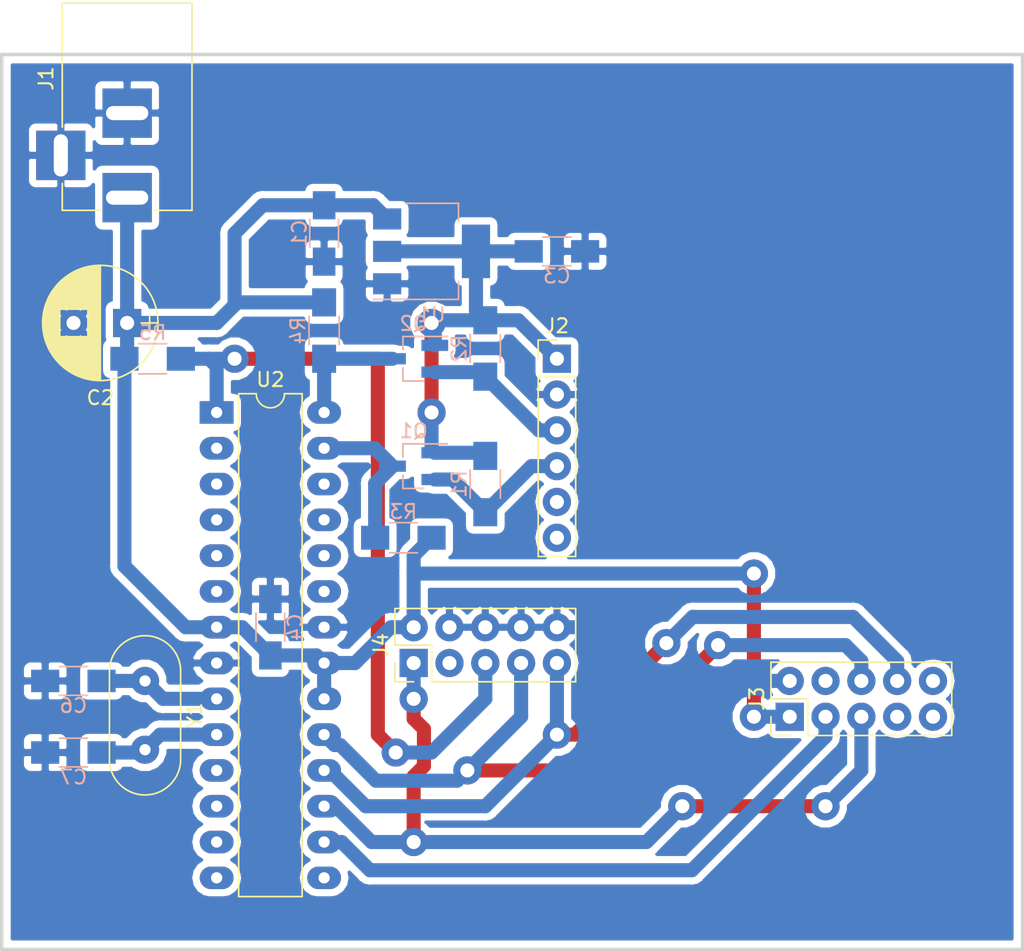
<source format=kicad_pcb>
(kicad_pcb (version 20171130) (host pcbnew 5.0.0-rc2-dev-unknown+dfsg1+20180318-3)

  (general
    (thickness 1.6)
    (drawings 8)
    (tracks 139)
    (zones 0)
    (modules 20)
    (nets 36)
  )

  (page A4)
  (layers
    (0 F.Cu jumper)
    (31 B.Cu mixed)
    (32 B.Adhes user)
    (33 F.Adhes user)
    (34 B.Paste user)
    (35 F.Paste user)
    (36 B.SilkS user)
    (37 F.SilkS user)
    (38 B.Mask user)
    (39 F.Mask user)
    (40 Dwgs.User user)
    (41 Cmts.User user)
    (42 Eco1.User user)
    (43 Eco2.User user)
    (44 Edge.Cuts user)
    (45 Margin user hide)
    (46 B.CrtYd user)
    (47 F.CrtYd user)
    (48 B.Fab user)
    (49 F.Fab user)
  )

  (setup
    (last_trace_width 1)
    (trace_clearance 0.5)
    (zone_clearance 0.508)
    (zone_45_only no)
    (trace_min 0.2)
    (segment_width 0.2)
    (edge_width 0.25)
    (via_size 2)
    (via_drill 1)
    (via_min_size 0.4)
    (via_min_drill 0.3)
    (uvia_size 0.6)
    (uvia_drill 0.3)
    (uvias_allowed no)
    (uvia_min_size 0.2)
    (uvia_min_drill 0.1)
    (pcb_text_width 0.3)
    (pcb_text_size 1.5 1.5)
    (mod_edge_width 0.15)
    (mod_text_size 1 1)
    (mod_text_width 0.15)
    (pad_size 2 2)
    (pad_drill 1)
    (pad_to_mask_clearance 0)
    (aux_axis_origin 0 0)
    (visible_elements FFFFFF7F)
    (pcbplotparams
      (layerselection 0x00000_fffffffe)
      (usegerberextensions false)
      (usegerberattributes false)
      (usegerberadvancedattributes false)
      (creategerberjobfile false)
      (excludeedgelayer true)
      (linewidth 0.100000)
      (plotframeref false)
      (viasonmask false)
      (mode 1)
      (useauxorigin false)
      (hpglpennumber 1)
      (hpglpenspeed 20)
      (hpglpendiameter 15)
      (psnegative false)
      (psa4output false)
      (plotreference true)
      (plotvalue true)
      (plotinvisibletext false)
      (padsonsilk false)
      (subtractmaskfromsilk false)
      (outputformat 4)
      (mirror false)
      (drillshape 2)
      (scaleselection 1)
      (outputdirectory ""))
  )

  (net 0 "")
  (net 1 SCL_Hi)
  (net 2 +5V)
  (net 3 SDA_Hi)
  (net 4 SCL_Lo)
  (net 5 +3V3)
  (net 6 SDA_Lo)
  (net 7 RESET)
  (net 8 "Net-(J3-Pad10)")
  (net 9 MISO)
  (net 10 SCK)
  (net 11 "Net-(J3-Pad7)")
  (net 12 "Net-(J3-Pad4)")
  (net 13 MOSI)
  (net 14 SS)
  (net 15 GND)
  (net 16 "Net-(J4-Pad3)")
  (net 17 "Net-(J2-Pad6)")
  (net 18 "Net-(J2-Pad5)")
  (net 19 "Net-(C7-Pad2)")
  (net 20 "Net-(C6-Pad2)")
  (net 21 "Net-(U2-Pad15)")
  (net 22 "Net-(U2-Pad2)")
  (net 23 "Net-(U2-Pad3)")
  (net 24 "Net-(U2-Pad4)")
  (net 25 "Net-(U2-Pad5)")
  (net 26 "Net-(U2-Pad6)")
  (net 27 "Net-(U2-Pad23)")
  (net 28 "Net-(U2-Pad24)")
  (net 29 "Net-(U2-Pad11)")
  (net 30 "Net-(U2-Pad25)")
  (net 31 "Net-(U2-Pad12)")
  (net 32 "Net-(U2-Pad26)")
  (net 33 "Net-(U2-Pad13)")
  (net 34 "Net-(U2-Pad14)")
  (net 35 "Net-(J3-Pad9)")

  (net_class Default "Toto je výchozí třída sítě."
    (clearance 0.5)
    (trace_width 1)
    (via_dia 2)
    (via_drill 1)
    (uvia_dia 0.6)
    (uvia_drill 0.3)
    (diff_pair_gap 1)
    (diff_pair_width 0.8)
    (add_net +3V3)
    (add_net +5V)
    (add_net GND)
    (add_net MISO)
    (add_net MOSI)
    (add_net "Net-(C6-Pad2)")
    (add_net "Net-(C7-Pad2)")
    (add_net "Net-(J2-Pad5)")
    (add_net "Net-(J2-Pad6)")
    (add_net "Net-(J3-Pad10)")
    (add_net "Net-(J3-Pad4)")
    (add_net "Net-(J3-Pad7)")
    (add_net "Net-(J3-Pad9)")
    (add_net "Net-(J4-Pad3)")
    (add_net "Net-(U2-Pad11)")
    (add_net "Net-(U2-Pad12)")
    (add_net "Net-(U2-Pad13)")
    (add_net "Net-(U2-Pad14)")
    (add_net "Net-(U2-Pad15)")
    (add_net "Net-(U2-Pad2)")
    (add_net "Net-(U2-Pad23)")
    (add_net "Net-(U2-Pad24)")
    (add_net "Net-(U2-Pad25)")
    (add_net "Net-(U2-Pad26)")
    (add_net "Net-(U2-Pad3)")
    (add_net "Net-(U2-Pad4)")
    (add_net "Net-(U2-Pad5)")
    (add_net "Net-(U2-Pad6)")
    (add_net RESET)
    (add_net SCK)
    (add_net SCL_Hi)
    (add_net SCL_Lo)
    (add_net SDA_Hi)
    (add_net SDA_Lo)
    (add_net SS)
  )

  (module Package_DIP:DIP-28_W7.62mm_LongPads (layer F.Cu) (tedit 5A02E8C5) (tstamp 5AEA91A9)
    (at 209.55 78.74)
    (descr "28-lead though-hole mounted DIP package, row spacing 7.62 mm (300 mils), LongPads")
    (tags "THT DIP DIL PDIP 2.54mm 7.62mm 300mil LongPads")
    (path /5ADE173C)
    (fp_text reference U2 (at 3.81 -2.33) (layer F.SilkS)
      (effects (font (size 1 1) (thickness 0.15)))
    )
    (fp_text value ATmega328P-PU (at 3.81 35.35) (layer F.Fab)
      (effects (font (size 1 1) (thickness 0.15)))
    )
    (fp_arc (start 3.81 -1.33) (end 2.81 -1.33) (angle -180) (layer F.SilkS) (width 0.12))
    (fp_line (start 1.635 -1.27) (end 6.985 -1.27) (layer F.Fab) (width 0.1))
    (fp_line (start 6.985 -1.27) (end 6.985 34.29) (layer F.Fab) (width 0.1))
    (fp_line (start 6.985 34.29) (end 0.635 34.29) (layer F.Fab) (width 0.1))
    (fp_line (start 0.635 34.29) (end 0.635 -0.27) (layer F.Fab) (width 0.1))
    (fp_line (start 0.635 -0.27) (end 1.635 -1.27) (layer F.Fab) (width 0.1))
    (fp_line (start 2.81 -1.33) (end 1.56 -1.33) (layer F.SilkS) (width 0.12))
    (fp_line (start 1.56 -1.33) (end 1.56 34.35) (layer F.SilkS) (width 0.12))
    (fp_line (start 1.56 34.35) (end 6.06 34.35) (layer F.SilkS) (width 0.12))
    (fp_line (start 6.06 34.35) (end 6.06 -1.33) (layer F.SilkS) (width 0.12))
    (fp_line (start 6.06 -1.33) (end 4.81 -1.33) (layer F.SilkS) (width 0.12))
    (fp_line (start -1.45 -1.55) (end -1.45 34.55) (layer F.CrtYd) (width 0.05))
    (fp_line (start -1.45 34.55) (end 9.1 34.55) (layer F.CrtYd) (width 0.05))
    (fp_line (start 9.1 34.55) (end 9.1 -1.55) (layer F.CrtYd) (width 0.05))
    (fp_line (start 9.1 -1.55) (end -1.45 -1.55) (layer F.CrtYd) (width 0.05))
    (fp_text user %R (at 3.81 16.51) (layer F.Fab)
      (effects (font (size 1 1) (thickness 0.15)))
    )
    (pad 1 thru_hole rect (at 0 0) (size 2.4 1.6) (drill 0.8) (layers *.Cu *.Mask)
      (net 7 RESET))
    (pad 15 thru_hole oval (at 7.62 33.02) (size 2.4 1.6) (drill 0.8) (layers *.Cu *.Mask)
      (net 21 "Net-(U2-Pad15)"))
    (pad 2 thru_hole oval (at 0 2.54) (size 2.4 1.6) (drill 0.8) (layers *.Cu *.Mask)
      (net 22 "Net-(U2-Pad2)"))
    (pad 16 thru_hole oval (at 7.62 30.48) (size 2.4 1.6) (drill 0.8) (layers *.Cu *.Mask)
      (net 14 SS))
    (pad 3 thru_hole oval (at 0 5.08) (size 2.4 1.6) (drill 0.8) (layers *.Cu *.Mask)
      (net 23 "Net-(U2-Pad3)"))
    (pad 17 thru_hole oval (at 7.62 27.94) (size 2.4 1.6) (drill 0.8) (layers *.Cu *.Mask)
      (net 13 MOSI))
    (pad 4 thru_hole oval (at 0 7.62) (size 2.4 1.6) (drill 0.8) (layers *.Cu *.Mask)
      (net 24 "Net-(U2-Pad4)"))
    (pad 18 thru_hole oval (at 7.62 25.4) (size 2.4 1.6) (drill 0.8) (layers *.Cu *.Mask)
      (net 9 MISO))
    (pad 5 thru_hole oval (at 0 10.16) (size 2.4 1.6) (drill 0.8) (layers *.Cu *.Mask)
      (net 25 "Net-(U2-Pad5)"))
    (pad 19 thru_hole oval (at 7.62 22.86) (size 2.4 1.6) (drill 0.8) (layers *.Cu *.Mask)
      (net 10 SCK))
    (pad 6 thru_hole oval (at 0 12.7) (size 2.4 1.6) (drill 0.8) (layers *.Cu *.Mask)
      (net 26 "Net-(U2-Pad6)"))
    (pad 20 thru_hole oval (at 7.62 20.32) (size 2.4 1.6) (drill 0.8) (layers *.Cu *.Mask)
      (net 2 +5V))
    (pad 7 thru_hole oval (at 0 15.24) (size 2.4 1.6) (drill 0.8) (layers *.Cu *.Mask)
      (net 2 +5V))
    (pad 21 thru_hole oval (at 7.62 17.78) (size 2.4 1.6) (drill 0.8) (layers *.Cu *.Mask)
      (net 2 +5V))
    (pad 8 thru_hole oval (at 0 17.78) (size 2.4 1.6) (drill 0.8) (layers *.Cu *.Mask)
      (net 15 GND))
    (pad 22 thru_hole oval (at 7.62 15.24) (size 2.4 1.6) (drill 0.8) (layers *.Cu *.Mask)
      (net 15 GND))
    (pad 9 thru_hole oval (at 0 20.32) (size 2.4 1.6) (drill 0.8) (layers *.Cu *.Mask)
      (net 20 "Net-(C6-Pad2)"))
    (pad 23 thru_hole oval (at 7.62 12.7) (size 2.4 1.6) (drill 0.8) (layers *.Cu *.Mask)
      (net 27 "Net-(U2-Pad23)"))
    (pad 10 thru_hole oval (at 0 22.86) (size 2.4 1.6) (drill 0.8) (layers *.Cu *.Mask)
      (net 19 "Net-(C7-Pad2)"))
    (pad 24 thru_hole oval (at 7.62 10.16) (size 2.4 1.6) (drill 0.8) (layers *.Cu *.Mask)
      (net 28 "Net-(U2-Pad24)"))
    (pad 11 thru_hole oval (at 0 25.4) (size 2.4 1.6) (drill 0.8) (layers *.Cu *.Mask)
      (net 29 "Net-(U2-Pad11)"))
    (pad 25 thru_hole oval (at 7.62 7.62) (size 2.4 1.6) (drill 0.8) (layers *.Cu *.Mask)
      (net 30 "Net-(U2-Pad25)"))
    (pad 12 thru_hole oval (at 0 27.94) (size 2.4 1.6) (drill 0.8) (layers *.Cu *.Mask)
      (net 31 "Net-(U2-Pad12)"))
    (pad 26 thru_hole oval (at 7.62 5.08) (size 2.4 1.6) (drill 0.8) (layers *.Cu *.Mask)
      (net 32 "Net-(U2-Pad26)"))
    (pad 13 thru_hole oval (at 0 30.48) (size 2.4 1.6) (drill 0.8) (layers *.Cu *.Mask)
      (net 33 "Net-(U2-Pad13)"))
    (pad 27 thru_hole oval (at 7.62 2.54) (size 2.4 1.6) (drill 0.8) (layers *.Cu *.Mask)
      (net 3 SDA_Hi))
    (pad 14 thru_hole oval (at 0 33.02) (size 2.4 1.6) (drill 0.8) (layers *.Cu *.Mask)
      (net 34 "Net-(U2-Pad14)"))
    (pad 28 thru_hole oval (at 7.62 0) (size 2.4 1.6) (drill 0.8) (layers *.Cu *.Mask)
      (net 1 SCL_Hi))
    (model ${KISYS3DMOD}/Package_DIP.3dshapes/DIP-28_W7.62mm.wrl
      (at (xyz 0 0 0))
      (scale (xyz 1 1 1))
      (rotate (xyz 0 0 0))
    )
  )

  (module Package_TO_SOT_SMD:SOT-223-3_TabPin2 (layer B.Cu) (tedit 5A02FF57) (tstamp 5AEA3548)
    (at 224.79 67.31)
    (descr "module CMS SOT223 4 pins")
    (tags "CMS SOT")
    (path /5AE01070)
    (attr smd)
    (fp_text reference U1 (at 0 4.5) (layer B.SilkS)
      (effects (font (size 1 1) (thickness 0.15)) (justify mirror))
    )
    (fp_text value NCP1117-3.3_SOT223 (at 0 -4.5) (layer B.Fab)
      (effects (font (size 1 1) (thickness 0.15)) (justify mirror))
    )
    (fp_text user %R (at 0 0 -90) (layer B.Fab)
      (effects (font (size 0.8 0.8) (thickness 0.12)) (justify mirror))
    )
    (fp_line (start 1.91 -3.41) (end 1.91 -2.15) (layer B.SilkS) (width 0.12))
    (fp_line (start 1.91 3.41) (end 1.91 2.15) (layer B.SilkS) (width 0.12))
    (fp_line (start 4.4 3.6) (end -4.4 3.6) (layer B.CrtYd) (width 0.05))
    (fp_line (start 4.4 -3.6) (end 4.4 3.6) (layer B.CrtYd) (width 0.05))
    (fp_line (start -4.4 -3.6) (end 4.4 -3.6) (layer B.CrtYd) (width 0.05))
    (fp_line (start -4.4 3.6) (end -4.4 -3.6) (layer B.CrtYd) (width 0.05))
    (fp_line (start -1.85 2.35) (end -0.85 3.35) (layer B.Fab) (width 0.1))
    (fp_line (start -1.85 2.35) (end -1.85 -3.35) (layer B.Fab) (width 0.1))
    (fp_line (start -1.85 -3.41) (end 1.91 -3.41) (layer B.SilkS) (width 0.12))
    (fp_line (start -0.85 3.35) (end 1.85 3.35) (layer B.Fab) (width 0.1))
    (fp_line (start -4.1 3.41) (end 1.91 3.41) (layer B.SilkS) (width 0.12))
    (fp_line (start -1.85 -3.35) (end 1.85 -3.35) (layer B.Fab) (width 0.1))
    (fp_line (start 1.85 3.35) (end 1.85 -3.35) (layer B.Fab) (width 0.1))
    (pad 2 smd rect (at 3.15 0) (size 2 3.8) (layers B.Cu B.Paste B.Mask)
      (net 5 +3V3))
    (pad 2 smd rect (at -3.15 0) (size 2 1.5) (layers B.Cu B.Paste B.Mask)
      (net 5 +3V3))
    (pad 3 smd rect (at -3.15 -2.3) (size 2 1.5) (layers B.Cu B.Paste B.Mask)
      (net 2 +5V))
    (pad 1 smd rect (at -3.15 2.3) (size 2 1.5) (layers B.Cu B.Paste B.Mask)
      (net 15 GND))
    (model ${KISYS3DMOD}/Package_TO_SOT_SMD.3dshapes/SOT-223.wrl
      (at (xyz 0 0 0))
      (scale (xyz 1 1 1))
      (rotate (xyz 0 0 0))
    )
  )

  (module Package_TO_SOT_SMD:SOT-23_Handsoldering (layer B.Cu) (tedit 5A0AB76C) (tstamp 5AEA94E0)
    (at 223.52 74.93 180)
    (descr "SOT-23, Handsoldering")
    (tags SOT-23)
    (path /5AD254C5)
    (attr smd)
    (fp_text reference Q2 (at 0 2.5 180) (layer B.SilkS)
      (effects (font (size 1 1) (thickness 0.15)) (justify mirror))
    )
    (fp_text value BSS138 (at 0 -2.5 180) (layer B.Fab)
      (effects (font (size 1 1) (thickness 0.15)) (justify mirror))
    )
    (fp_line (start 0.76 -1.58) (end -0.7 -1.58) (layer B.SilkS) (width 0.12))
    (fp_line (start -0.7 -1.52) (end 0.7 -1.52) (layer B.Fab) (width 0.1))
    (fp_line (start 0.7 1.52) (end 0.7 -1.52) (layer B.Fab) (width 0.1))
    (fp_line (start -0.7 0.95) (end -0.15 1.52) (layer B.Fab) (width 0.1))
    (fp_line (start -0.15 1.52) (end 0.7 1.52) (layer B.Fab) (width 0.1))
    (fp_line (start -0.7 0.95) (end -0.7 -1.5) (layer B.Fab) (width 0.1))
    (fp_line (start 0.76 1.58) (end -2.4 1.58) (layer B.SilkS) (width 0.12))
    (fp_line (start -2.7 -1.75) (end -2.7 1.75) (layer B.CrtYd) (width 0.05))
    (fp_line (start 2.7 -1.75) (end -2.7 -1.75) (layer B.CrtYd) (width 0.05))
    (fp_line (start 2.7 1.75) (end 2.7 -1.75) (layer B.CrtYd) (width 0.05))
    (fp_line (start -2.7 1.75) (end 2.7 1.75) (layer B.CrtYd) (width 0.05))
    (fp_line (start 0.76 1.58) (end 0.76 0.65) (layer B.SilkS) (width 0.12))
    (fp_line (start 0.76 -1.58) (end 0.76 -0.65) (layer B.SilkS) (width 0.12))
    (fp_text user %R (at 0 0 90) (layer B.Fab)
      (effects (font (size 0.5 0.5) (thickness 0.075)) (justify mirror))
    )
    (pad 3 smd rect (at 1.5 0 180) (size 1.9 0.8) (layers B.Cu B.Paste B.Mask)
      (net 1 SCL_Hi))
    (pad 2 smd rect (at -1.5 -0.95 180) (size 1.9 0.8) (layers B.Cu B.Paste B.Mask)
      (net 4 SCL_Lo))
    (pad 1 smd rect (at -1.5 0.95 180) (size 1.9 0.8) (layers B.Cu B.Paste B.Mask)
      (net 5 +3V3))
    (model ${KISYS3DMOD}/Package_TO_SOT_SMD.3dshapes/SOT-23.wrl
      (at (xyz 0 0 0))
      (scale (xyz 1 1 1))
      (rotate (xyz 0 0 0))
    )
  )

  (module Package_TO_SOT_SMD:SOT-23_Handsoldering (layer B.Cu) (tedit 5A0AB76C) (tstamp 5AEA9802)
    (at 223.52 82.55 180)
    (descr "SOT-23, Handsoldering")
    (tags SOT-23)
    (path /5AD252F3)
    (attr smd)
    (fp_text reference Q1 (at 0 2.5 180) (layer B.SilkS)
      (effects (font (size 1 1) (thickness 0.15)) (justify mirror))
    )
    (fp_text value BSS138 (at 0 -2.5 180) (layer B.Fab)
      (effects (font (size 1 1) (thickness 0.15)) (justify mirror))
    )
    (fp_text user %R (at 0 0 90) (layer B.Fab)
      (effects (font (size 0.5 0.5) (thickness 0.075)) (justify mirror))
    )
    (fp_line (start 0.76 -1.58) (end 0.76 -0.65) (layer B.SilkS) (width 0.12))
    (fp_line (start 0.76 1.58) (end 0.76 0.65) (layer B.SilkS) (width 0.12))
    (fp_line (start -2.7 1.75) (end 2.7 1.75) (layer B.CrtYd) (width 0.05))
    (fp_line (start 2.7 1.75) (end 2.7 -1.75) (layer B.CrtYd) (width 0.05))
    (fp_line (start 2.7 -1.75) (end -2.7 -1.75) (layer B.CrtYd) (width 0.05))
    (fp_line (start -2.7 -1.75) (end -2.7 1.75) (layer B.CrtYd) (width 0.05))
    (fp_line (start 0.76 1.58) (end -2.4 1.58) (layer B.SilkS) (width 0.12))
    (fp_line (start -0.7 0.95) (end -0.7 -1.5) (layer B.Fab) (width 0.1))
    (fp_line (start -0.15 1.52) (end 0.7 1.52) (layer B.Fab) (width 0.1))
    (fp_line (start -0.7 0.95) (end -0.15 1.52) (layer B.Fab) (width 0.1))
    (fp_line (start 0.7 1.52) (end 0.7 -1.52) (layer B.Fab) (width 0.1))
    (fp_line (start -0.7 -1.52) (end 0.7 -1.52) (layer B.Fab) (width 0.1))
    (fp_line (start 0.76 -1.58) (end -0.7 -1.58) (layer B.SilkS) (width 0.12))
    (pad 1 smd rect (at -1.5 0.95 180) (size 1.9 0.8) (layers B.Cu B.Paste B.Mask)
      (net 5 +3V3))
    (pad 2 smd rect (at -1.5 -0.95 180) (size 1.9 0.8) (layers B.Cu B.Paste B.Mask)
      (net 6 SDA_Lo))
    (pad 3 smd rect (at 1.5 0 180) (size 1.9 0.8) (layers B.Cu B.Paste B.Mask)
      (net 3 SDA_Hi))
    (model ${KISYS3DMOD}/Package_TO_SOT_SMD.3dshapes/SOT-23.wrl
      (at (xyz 0 0 0))
      (scale (xyz 1 1 1))
      (rotate (xyz 0 0 0))
    )
  )

  (module Capacitors_SMD:C_1206_HandSoldering (layer B.Cu) (tedit 58AA84D1) (tstamp 5B0D4AC1)
    (at 217.17 66.04 270)
    (descr "Capacitor SMD 1206, hand soldering")
    (tags "capacitor 1206")
    (path /5AE01255)
    (attr smd)
    (fp_text reference C1 (at 0 1.75 270) (layer B.SilkS)
      (effects (font (size 1 1) (thickness 0.15)) (justify mirror))
    )
    (fp_text value 100n (at 0 -2 270) (layer B.Fab)
      (effects (font (size 1 1) (thickness 0.15)) (justify mirror))
    )
    (fp_text user %R (at 0 1.75 270) (layer B.Fab)
      (effects (font (size 1 1) (thickness 0.15)) (justify mirror))
    )
    (fp_line (start -1.6 -0.8) (end -1.6 0.8) (layer B.Fab) (width 0.1))
    (fp_line (start 1.6 -0.8) (end -1.6 -0.8) (layer B.Fab) (width 0.1))
    (fp_line (start 1.6 0.8) (end 1.6 -0.8) (layer B.Fab) (width 0.1))
    (fp_line (start -1.6 0.8) (end 1.6 0.8) (layer B.Fab) (width 0.1))
    (fp_line (start 1 1.02) (end -1 1.02) (layer B.SilkS) (width 0.12))
    (fp_line (start -1 -1.02) (end 1 -1.02) (layer B.SilkS) (width 0.12))
    (fp_line (start -3.25 1.05) (end 3.25 1.05) (layer B.CrtYd) (width 0.05))
    (fp_line (start -3.25 1.05) (end -3.25 -1.05) (layer B.CrtYd) (width 0.05))
    (fp_line (start 3.25 -1.05) (end 3.25 1.05) (layer B.CrtYd) (width 0.05))
    (fp_line (start 3.25 -1.05) (end -3.25 -1.05) (layer B.CrtYd) (width 0.05))
    (pad 1 smd rect (at -2 0 270) (size 2 1.6) (layers B.Cu B.Paste B.Mask)
      (net 2 +5V))
    (pad 2 smd rect (at 2 0 270) (size 2 1.6) (layers B.Cu B.Paste B.Mask)
      (net 15 GND))
    (model Capacitors_SMD.3dshapes/C_1206.wrl
      (at (xyz 0 0 0))
      (scale (xyz 1 1 1))
      (rotate (xyz 0 0 0))
    )
  )

  (module Capacitors_SMD:C_1206_HandSoldering (layer B.Cu) (tedit 58AA84D1) (tstamp 5B0D4AB0)
    (at 233.68 67.31)
    (descr "Capacitor SMD 1206, hand soldering")
    (tags "capacitor 1206")
    (path /5AE012DF)
    (attr smd)
    (fp_text reference C3 (at 0 1.75) (layer B.SilkS)
      (effects (font (size 1 1) (thickness 0.15)) (justify mirror))
    )
    (fp_text value 100n (at 0 -2) (layer B.Fab)
      (effects (font (size 1 1) (thickness 0.15)) (justify mirror))
    )
    (fp_line (start 3.25 -1.05) (end -3.25 -1.05) (layer B.CrtYd) (width 0.05))
    (fp_line (start 3.25 -1.05) (end 3.25 1.05) (layer B.CrtYd) (width 0.05))
    (fp_line (start -3.25 1.05) (end -3.25 -1.05) (layer B.CrtYd) (width 0.05))
    (fp_line (start -3.25 1.05) (end 3.25 1.05) (layer B.CrtYd) (width 0.05))
    (fp_line (start -1 -1.02) (end 1 -1.02) (layer B.SilkS) (width 0.12))
    (fp_line (start 1 1.02) (end -1 1.02) (layer B.SilkS) (width 0.12))
    (fp_line (start -1.6 0.8) (end 1.6 0.8) (layer B.Fab) (width 0.1))
    (fp_line (start 1.6 0.8) (end 1.6 -0.8) (layer B.Fab) (width 0.1))
    (fp_line (start 1.6 -0.8) (end -1.6 -0.8) (layer B.Fab) (width 0.1))
    (fp_line (start -1.6 -0.8) (end -1.6 0.8) (layer B.Fab) (width 0.1))
    (fp_text user %R (at 0 1.75) (layer B.Fab)
      (effects (font (size 1 1) (thickness 0.15)) (justify mirror))
    )
    (pad 2 smd rect (at 2 0) (size 2 1.6) (layers B.Cu B.Paste B.Mask)
      (net 15 GND))
    (pad 1 smd rect (at -2 0) (size 2 1.6) (layers B.Cu B.Paste B.Mask)
      (net 5 +3V3))
    (model Capacitors_SMD.3dshapes/C_1206.wrl
      (at (xyz 0 0 0))
      (scale (xyz 1 1 1))
      (rotate (xyz 0 0 0))
    )
  )

  (module Capacitors_SMD:C_1206_HandSoldering (layer B.Cu) (tedit 58AA84D1) (tstamp 5B0D4A9F)
    (at 213.36 93.98 90)
    (descr "Capacitor SMD 1206, hand soldering")
    (tags "capacitor 1206")
    (path /5ADE2BCC)
    (attr smd)
    (fp_text reference C4 (at 0 1.75 90) (layer B.SilkS)
      (effects (font (size 1 1) (thickness 0.15)) (justify mirror))
    )
    (fp_text value 100n (at 0 -2 90) (layer B.Fab)
      (effects (font (size 1 1) (thickness 0.15)) (justify mirror))
    )
    (fp_text user %R (at 0 1.75 90) (layer B.Fab)
      (effects (font (size 1 1) (thickness 0.15)) (justify mirror))
    )
    (fp_line (start -1.6 -0.8) (end -1.6 0.8) (layer B.Fab) (width 0.1))
    (fp_line (start 1.6 -0.8) (end -1.6 -0.8) (layer B.Fab) (width 0.1))
    (fp_line (start 1.6 0.8) (end 1.6 -0.8) (layer B.Fab) (width 0.1))
    (fp_line (start -1.6 0.8) (end 1.6 0.8) (layer B.Fab) (width 0.1))
    (fp_line (start 1 1.02) (end -1 1.02) (layer B.SilkS) (width 0.12))
    (fp_line (start -1 -1.02) (end 1 -1.02) (layer B.SilkS) (width 0.12))
    (fp_line (start -3.25 1.05) (end 3.25 1.05) (layer B.CrtYd) (width 0.05))
    (fp_line (start -3.25 1.05) (end -3.25 -1.05) (layer B.CrtYd) (width 0.05))
    (fp_line (start 3.25 -1.05) (end 3.25 1.05) (layer B.CrtYd) (width 0.05))
    (fp_line (start 3.25 -1.05) (end -3.25 -1.05) (layer B.CrtYd) (width 0.05))
    (pad 1 smd rect (at -2 0 90) (size 2 1.6) (layers B.Cu B.Paste B.Mask)
      (net 2 +5V))
    (pad 2 smd rect (at 2 0 90) (size 2 1.6) (layers B.Cu B.Paste B.Mask)
      (net 15 GND))
    (model Capacitors_SMD.3dshapes/C_1206.wrl
      (at (xyz 0 0 0))
      (scale (xyz 1 1 1))
      (rotate (xyz 0 0 0))
    )
  )

  (module Capacitors_SMD:C_1206_HandSoldering (layer B.Cu) (tedit 58AA84D1) (tstamp 5B0D4A7D)
    (at 199.39 97.79)
    (descr "Capacitor SMD 1206, hand soldering")
    (tags "capacitor 1206")
    (path /5AD264B2)
    (attr smd)
    (fp_text reference C6 (at 0 1.75) (layer B.SilkS)
      (effects (font (size 1 1) (thickness 0.15)) (justify mirror))
    )
    (fp_text value 18p (at 0 -2) (layer B.Fab)
      (effects (font (size 1 1) (thickness 0.15)) (justify mirror))
    )
    (fp_text user %R (at 0 1.75) (layer B.Fab)
      (effects (font (size 1 1) (thickness 0.15)) (justify mirror))
    )
    (fp_line (start -1.6 -0.8) (end -1.6 0.8) (layer B.Fab) (width 0.1))
    (fp_line (start 1.6 -0.8) (end -1.6 -0.8) (layer B.Fab) (width 0.1))
    (fp_line (start 1.6 0.8) (end 1.6 -0.8) (layer B.Fab) (width 0.1))
    (fp_line (start -1.6 0.8) (end 1.6 0.8) (layer B.Fab) (width 0.1))
    (fp_line (start 1 1.02) (end -1 1.02) (layer B.SilkS) (width 0.12))
    (fp_line (start -1 -1.02) (end 1 -1.02) (layer B.SilkS) (width 0.12))
    (fp_line (start -3.25 1.05) (end 3.25 1.05) (layer B.CrtYd) (width 0.05))
    (fp_line (start -3.25 1.05) (end -3.25 -1.05) (layer B.CrtYd) (width 0.05))
    (fp_line (start 3.25 -1.05) (end 3.25 1.05) (layer B.CrtYd) (width 0.05))
    (fp_line (start 3.25 -1.05) (end -3.25 -1.05) (layer B.CrtYd) (width 0.05))
    (pad 1 smd rect (at -2 0) (size 2 1.6) (layers B.Cu B.Paste B.Mask)
      (net 15 GND))
    (pad 2 smd rect (at 2 0) (size 2 1.6) (layers B.Cu B.Paste B.Mask)
      (net 20 "Net-(C6-Pad2)"))
    (model Capacitors_SMD.3dshapes/C_1206.wrl
      (at (xyz 0 0 0))
      (scale (xyz 1 1 1))
      (rotate (xyz 0 0 0))
    )
  )

  (module Capacitors_SMD:C_1206_HandSoldering (layer B.Cu) (tedit 58AA84D1) (tstamp 5B0D4A6C)
    (at 199.39 102.87)
    (descr "Capacitor SMD 1206, hand soldering")
    (tags "capacitor 1206")
    (path /5AD26545)
    (attr smd)
    (fp_text reference C7 (at 0 1.75) (layer B.SilkS)
      (effects (font (size 1 1) (thickness 0.15)) (justify mirror))
    )
    (fp_text value 18p (at 0 -2) (layer B.Fab)
      (effects (font (size 1 1) (thickness 0.15)) (justify mirror))
    )
    (fp_line (start 3.25 -1.05) (end -3.25 -1.05) (layer B.CrtYd) (width 0.05))
    (fp_line (start 3.25 -1.05) (end 3.25 1.05) (layer B.CrtYd) (width 0.05))
    (fp_line (start -3.25 1.05) (end -3.25 -1.05) (layer B.CrtYd) (width 0.05))
    (fp_line (start -3.25 1.05) (end 3.25 1.05) (layer B.CrtYd) (width 0.05))
    (fp_line (start -1 -1.02) (end 1 -1.02) (layer B.SilkS) (width 0.12))
    (fp_line (start 1 1.02) (end -1 1.02) (layer B.SilkS) (width 0.12))
    (fp_line (start -1.6 0.8) (end 1.6 0.8) (layer B.Fab) (width 0.1))
    (fp_line (start 1.6 0.8) (end 1.6 -0.8) (layer B.Fab) (width 0.1))
    (fp_line (start 1.6 -0.8) (end -1.6 -0.8) (layer B.Fab) (width 0.1))
    (fp_line (start -1.6 -0.8) (end -1.6 0.8) (layer B.Fab) (width 0.1))
    (fp_text user %R (at 0 1.75) (layer B.Fab)
      (effects (font (size 1 1) (thickness 0.15)) (justify mirror))
    )
    (pad 2 smd rect (at 2 0) (size 2 1.6) (layers B.Cu B.Paste B.Mask)
      (net 19 "Net-(C7-Pad2)"))
    (pad 1 smd rect (at -2 0) (size 2 1.6) (layers B.Cu B.Paste B.Mask)
      (net 15 GND))
    (model Capacitors_SMD.3dshapes/C_1206.wrl
      (at (xyz 0 0 0))
      (scale (xyz 1 1 1))
      (rotate (xyz 0 0 0))
    )
  )

  (module Capacitors_THT:CP_Radial_D8.0mm_P3.80mm (layer F.Cu) (tedit 5AE0C48B) (tstamp 5B0D4A5B)
    (at 203.2 72.39 180)
    (descr "CP, Radial series, Radial, pin pitch=3.80mm, , diameter=8mm, Electrolytic Capacitor")
    (tags "CP Radial series Radial pin pitch 3.80mm  diameter 8mm Electrolytic Capacitor")
    (path /5ADDE4CD)
    (fp_text reference C2 (at 1.9 -5.31 180) (layer F.SilkS)
      (effects (font (size 1 1) (thickness 0.15)))
    )
    (fp_text value 470uF (at 1.9 5.31 180) (layer F.Fab)
      (effects (font (size 1 1) (thickness 0.15)))
    )
    (fp_text user %R (at 1.9 0 180) (layer F.Fab)
      (effects (font (size 1 1) (thickness 0.15)))
    )
    (fp_line (start 6.25 -4.35) (end -2.45 -4.35) (layer F.CrtYd) (width 0.05))
    (fp_line (start 6.25 4.35) (end 6.25 -4.35) (layer F.CrtYd) (width 0.05))
    (fp_line (start -2.45 4.35) (end 6.25 4.35) (layer F.CrtYd) (width 0.05))
    (fp_line (start -2.45 -4.35) (end -2.45 4.35) (layer F.CrtYd) (width 0.05))
    (fp_line (start -1.6 -0.65) (end -1.6 0.65) (layer F.SilkS) (width 0.12))
    (fp_line (start -2.2 0) (end -1 0) (layer F.SilkS) (width 0.12))
    (fp_line (start 5.981 -0.246) (end 5.981 0.246) (layer F.SilkS) (width 0.12))
    (fp_line (start 5.941 -0.598) (end 5.941 0.598) (layer F.SilkS) (width 0.12))
    (fp_line (start 5.901 -0.814) (end 5.901 0.814) (layer F.SilkS) (width 0.12))
    (fp_line (start 5.861 -0.983) (end 5.861 0.983) (layer F.SilkS) (width 0.12))
    (fp_line (start 5.821 -1.127) (end 5.821 1.127) (layer F.SilkS) (width 0.12))
    (fp_line (start 5.781 -1.254) (end 5.781 1.254) (layer F.SilkS) (width 0.12))
    (fp_line (start 5.741 -1.369) (end 5.741 1.369) (layer F.SilkS) (width 0.12))
    (fp_line (start 5.701 -1.473) (end 5.701 1.473) (layer F.SilkS) (width 0.12))
    (fp_line (start 5.661 -1.57) (end 5.661 1.57) (layer F.SilkS) (width 0.12))
    (fp_line (start 5.621 -1.66) (end 5.621 1.66) (layer F.SilkS) (width 0.12))
    (fp_line (start 5.581 -1.745) (end 5.581 1.745) (layer F.SilkS) (width 0.12))
    (fp_line (start 5.541 -1.826) (end 5.541 1.826) (layer F.SilkS) (width 0.12))
    (fp_line (start 5.501 -1.902) (end 5.501 1.902) (layer F.SilkS) (width 0.12))
    (fp_line (start 5.461 -1.974) (end 5.461 1.974) (layer F.SilkS) (width 0.12))
    (fp_line (start 5.421 -2.043) (end 5.421 2.043) (layer F.SilkS) (width 0.12))
    (fp_line (start 5.381 -2.109) (end 5.381 2.109) (layer F.SilkS) (width 0.12))
    (fp_line (start 5.341 -2.173) (end 5.341 2.173) (layer F.SilkS) (width 0.12))
    (fp_line (start 5.301 -2.234) (end 5.301 2.234) (layer F.SilkS) (width 0.12))
    (fp_line (start 5.261 -2.293) (end 5.261 2.293) (layer F.SilkS) (width 0.12))
    (fp_line (start 5.221 -2.349) (end 5.221 2.349) (layer F.SilkS) (width 0.12))
    (fp_line (start 5.181 -2.404) (end 5.181 2.404) (layer F.SilkS) (width 0.12))
    (fp_line (start 5.141 -2.457) (end 5.141 2.457) (layer F.SilkS) (width 0.12))
    (fp_line (start 5.101 -2.508) (end 5.101 2.508) (layer F.SilkS) (width 0.12))
    (fp_line (start 5.061 -2.557) (end 5.061 2.557) (layer F.SilkS) (width 0.12))
    (fp_line (start 5.021 -2.605) (end 5.021 2.605) (layer F.SilkS) (width 0.12))
    (fp_line (start 4.981 -2.652) (end 4.981 2.652) (layer F.SilkS) (width 0.12))
    (fp_line (start 4.941 -2.697) (end 4.941 2.697) (layer F.SilkS) (width 0.12))
    (fp_line (start 4.901 -2.74) (end 4.901 2.74) (layer F.SilkS) (width 0.12))
    (fp_line (start 4.861 -2.783) (end 4.861 2.783) (layer F.SilkS) (width 0.12))
    (fp_line (start 4.821 -2.824) (end 4.821 2.824) (layer F.SilkS) (width 0.12))
    (fp_line (start 4.781 -2.865) (end 4.781 2.865) (layer F.SilkS) (width 0.12))
    (fp_line (start 4.741 0.98) (end 4.741 2.904) (layer F.SilkS) (width 0.12))
    (fp_line (start 4.741 -2.904) (end 4.741 -0.98) (layer F.SilkS) (width 0.12))
    (fp_line (start 4.701 0.98) (end 4.701 2.942) (layer F.SilkS) (width 0.12))
    (fp_line (start 4.701 -2.942) (end 4.701 -0.98) (layer F.SilkS) (width 0.12))
    (fp_line (start 4.661 0.98) (end 4.661 2.979) (layer F.SilkS) (width 0.12))
    (fp_line (start 4.661 -2.979) (end 4.661 -0.98) (layer F.SilkS) (width 0.12))
    (fp_line (start 4.621 0.98) (end 4.621 3.015) (layer F.SilkS) (width 0.12))
    (fp_line (start 4.621 -3.015) (end 4.621 -0.98) (layer F.SilkS) (width 0.12))
    (fp_line (start 4.581 0.98) (end 4.581 3.05) (layer F.SilkS) (width 0.12))
    (fp_line (start 4.581 -3.05) (end 4.581 -0.98) (layer F.SilkS) (width 0.12))
    (fp_line (start 4.541 0.98) (end 4.541 3.084) (layer F.SilkS) (width 0.12))
    (fp_line (start 4.541 -3.084) (end 4.541 -0.98) (layer F.SilkS) (width 0.12))
    (fp_line (start 4.501 0.98) (end 4.501 3.118) (layer F.SilkS) (width 0.12))
    (fp_line (start 4.501 -3.118) (end 4.501 -0.98) (layer F.SilkS) (width 0.12))
    (fp_line (start 4.461 0.98) (end 4.461 3.15) (layer F.SilkS) (width 0.12))
    (fp_line (start 4.461 -3.15) (end 4.461 -0.98) (layer F.SilkS) (width 0.12))
    (fp_line (start 4.421 0.98) (end 4.421 3.182) (layer F.SilkS) (width 0.12))
    (fp_line (start 4.421 -3.182) (end 4.421 -0.98) (layer F.SilkS) (width 0.12))
    (fp_line (start 4.381 0.98) (end 4.381 3.213) (layer F.SilkS) (width 0.12))
    (fp_line (start 4.381 -3.213) (end 4.381 -0.98) (layer F.SilkS) (width 0.12))
    (fp_line (start 4.341 0.98) (end 4.341 3.243) (layer F.SilkS) (width 0.12))
    (fp_line (start 4.341 -3.243) (end 4.341 -0.98) (layer F.SilkS) (width 0.12))
    (fp_line (start 4.301 0.98) (end 4.301 3.272) (layer F.SilkS) (width 0.12))
    (fp_line (start 4.301 -3.272) (end 4.301 -0.98) (layer F.SilkS) (width 0.12))
    (fp_line (start 4.261 0.98) (end 4.261 3.301) (layer F.SilkS) (width 0.12))
    (fp_line (start 4.261 -3.301) (end 4.261 -0.98) (layer F.SilkS) (width 0.12))
    (fp_line (start 4.221 0.98) (end 4.221 3.329) (layer F.SilkS) (width 0.12))
    (fp_line (start 4.221 -3.329) (end 4.221 -0.98) (layer F.SilkS) (width 0.12))
    (fp_line (start 4.181 0.98) (end 4.181 3.356) (layer F.SilkS) (width 0.12))
    (fp_line (start 4.181 -3.356) (end 4.181 -0.98) (layer F.SilkS) (width 0.12))
    (fp_line (start 4.141 0.98) (end 4.141 3.383) (layer F.SilkS) (width 0.12))
    (fp_line (start 4.141 -3.383) (end 4.141 -0.98) (layer F.SilkS) (width 0.12))
    (fp_line (start 4.101 0.98) (end 4.101 3.408) (layer F.SilkS) (width 0.12))
    (fp_line (start 4.101 -3.408) (end 4.101 -0.98) (layer F.SilkS) (width 0.12))
    (fp_line (start 4.061 0.98) (end 4.061 3.434) (layer F.SilkS) (width 0.12))
    (fp_line (start 4.061 -3.434) (end 4.061 -0.98) (layer F.SilkS) (width 0.12))
    (fp_line (start 4.021 0.98) (end 4.021 3.458) (layer F.SilkS) (width 0.12))
    (fp_line (start 4.021 -3.458) (end 4.021 -0.98) (layer F.SilkS) (width 0.12))
    (fp_line (start 3.981 0.98) (end 3.981 3.482) (layer F.SilkS) (width 0.12))
    (fp_line (start 3.981 -3.482) (end 3.981 -0.98) (layer F.SilkS) (width 0.12))
    (fp_line (start 3.941 0.98) (end 3.941 3.505) (layer F.SilkS) (width 0.12))
    (fp_line (start 3.941 -3.505) (end 3.941 -0.98) (layer F.SilkS) (width 0.12))
    (fp_line (start 3.901 0.98) (end 3.901 3.528) (layer F.SilkS) (width 0.12))
    (fp_line (start 3.901 -3.528) (end 3.901 -0.98) (layer F.SilkS) (width 0.12))
    (fp_line (start 3.861 0.98) (end 3.861 3.55) (layer F.SilkS) (width 0.12))
    (fp_line (start 3.861 -3.55) (end 3.861 -0.98) (layer F.SilkS) (width 0.12))
    (fp_line (start 3.821 0.98) (end 3.821 3.572) (layer F.SilkS) (width 0.12))
    (fp_line (start 3.821 -3.572) (end 3.821 -0.98) (layer F.SilkS) (width 0.12))
    (fp_line (start 3.781 0.98) (end 3.781 3.593) (layer F.SilkS) (width 0.12))
    (fp_line (start 3.781 -3.593) (end 3.781 -0.98) (layer F.SilkS) (width 0.12))
    (fp_line (start 3.741 0.98) (end 3.741 3.613) (layer F.SilkS) (width 0.12))
    (fp_line (start 3.741 -3.613) (end 3.741 -0.98) (layer F.SilkS) (width 0.12))
    (fp_line (start 3.701 0.98) (end 3.701 3.633) (layer F.SilkS) (width 0.12))
    (fp_line (start 3.701 -3.633) (end 3.701 -0.98) (layer F.SilkS) (width 0.12))
    (fp_line (start 3.661 0.98) (end 3.661 3.652) (layer F.SilkS) (width 0.12))
    (fp_line (start 3.661 -3.652) (end 3.661 -0.98) (layer F.SilkS) (width 0.12))
    (fp_line (start 3.621 0.98) (end 3.621 3.671) (layer F.SilkS) (width 0.12))
    (fp_line (start 3.621 -3.671) (end 3.621 -0.98) (layer F.SilkS) (width 0.12))
    (fp_line (start 3.581 0.98) (end 3.581 3.69) (layer F.SilkS) (width 0.12))
    (fp_line (start 3.581 -3.69) (end 3.581 -0.98) (layer F.SilkS) (width 0.12))
    (fp_line (start 3.541 0.98) (end 3.541 3.707) (layer F.SilkS) (width 0.12))
    (fp_line (start 3.541 -3.707) (end 3.541 -0.98) (layer F.SilkS) (width 0.12))
    (fp_line (start 3.501 0.98) (end 3.501 3.725) (layer F.SilkS) (width 0.12))
    (fp_line (start 3.501 -3.725) (end 3.501 -0.98) (layer F.SilkS) (width 0.12))
    (fp_line (start 3.461 0.98) (end 3.461 3.741) (layer F.SilkS) (width 0.12))
    (fp_line (start 3.461 -3.741) (end 3.461 -0.98) (layer F.SilkS) (width 0.12))
    (fp_line (start 3.421 0.98) (end 3.421 3.758) (layer F.SilkS) (width 0.12))
    (fp_line (start 3.421 -3.758) (end 3.421 -0.98) (layer F.SilkS) (width 0.12))
    (fp_line (start 3.381 0.98) (end 3.381 3.773) (layer F.SilkS) (width 0.12))
    (fp_line (start 3.381 -3.773) (end 3.381 -0.98) (layer F.SilkS) (width 0.12))
    (fp_line (start 3.341 0.98) (end 3.341 3.789) (layer F.SilkS) (width 0.12))
    (fp_line (start 3.341 -3.789) (end 3.341 -0.98) (layer F.SilkS) (width 0.12))
    (fp_line (start 3.301 0.98) (end 3.301 3.803) (layer F.SilkS) (width 0.12))
    (fp_line (start 3.301 -3.803) (end 3.301 -0.98) (layer F.SilkS) (width 0.12))
    (fp_line (start 3.261 0.98) (end 3.261 3.818) (layer F.SilkS) (width 0.12))
    (fp_line (start 3.261 -3.818) (end 3.261 -0.98) (layer F.SilkS) (width 0.12))
    (fp_line (start 3.221 0.98) (end 3.221 3.832) (layer F.SilkS) (width 0.12))
    (fp_line (start 3.221 -3.832) (end 3.221 -0.98) (layer F.SilkS) (width 0.12))
    (fp_line (start 3.181 0.98) (end 3.181 3.845) (layer F.SilkS) (width 0.12))
    (fp_line (start 3.181 -3.845) (end 3.181 -0.98) (layer F.SilkS) (width 0.12))
    (fp_line (start 3.141 0.98) (end 3.141 3.858) (layer F.SilkS) (width 0.12))
    (fp_line (start 3.141 -3.858) (end 3.141 -0.98) (layer F.SilkS) (width 0.12))
    (fp_line (start 3.101 0.98) (end 3.101 3.87) (layer F.SilkS) (width 0.12))
    (fp_line (start 3.101 -3.87) (end 3.101 -0.98) (layer F.SilkS) (width 0.12))
    (fp_line (start 3.061 0.98) (end 3.061 3.883) (layer F.SilkS) (width 0.12))
    (fp_line (start 3.061 -3.883) (end 3.061 -0.98) (layer F.SilkS) (width 0.12))
    (fp_line (start 3.021 0.98) (end 3.021 3.894) (layer F.SilkS) (width 0.12))
    (fp_line (start 3.021 -3.894) (end 3.021 -0.98) (layer F.SilkS) (width 0.12))
    (fp_line (start 2.981 0.98) (end 2.981 3.905) (layer F.SilkS) (width 0.12))
    (fp_line (start 2.981 -3.905) (end 2.981 -0.98) (layer F.SilkS) (width 0.12))
    (fp_line (start 2.941 0.98) (end 2.941 3.916) (layer F.SilkS) (width 0.12))
    (fp_line (start 2.941 -3.916) (end 2.941 -0.98) (layer F.SilkS) (width 0.12))
    (fp_line (start 2.901 0.98) (end 2.901 3.926) (layer F.SilkS) (width 0.12))
    (fp_line (start 2.901 -3.926) (end 2.901 -0.98) (layer F.SilkS) (width 0.12))
    (fp_line (start 2.861 0.98) (end 2.861 3.936) (layer F.SilkS) (width 0.12))
    (fp_line (start 2.861 -3.936) (end 2.861 -0.98) (layer F.SilkS) (width 0.12))
    (fp_line (start 2.821 0.98) (end 2.821 3.946) (layer F.SilkS) (width 0.12))
    (fp_line (start 2.821 -3.946) (end 2.821 -0.98) (layer F.SilkS) (width 0.12))
    (fp_line (start 2.781 -3.955) (end 2.781 3.955) (layer F.SilkS) (width 0.12))
    (fp_line (start 2.741 -3.963) (end 2.741 3.963) (layer F.SilkS) (width 0.12))
    (fp_line (start 2.701 -3.971) (end 2.701 3.971) (layer F.SilkS) (width 0.12))
    (fp_line (start 2.661 -3.979) (end 2.661 3.979) (layer F.SilkS) (width 0.12))
    (fp_line (start 2.621 -3.987) (end 2.621 3.987) (layer F.SilkS) (width 0.12))
    (fp_line (start 2.58 -3.994) (end 2.58 3.994) (layer F.SilkS) (width 0.12))
    (fp_line (start 2.54 -4) (end 2.54 4) (layer F.SilkS) (width 0.12))
    (fp_line (start 2.5 -4.006) (end 2.5 4.006) (layer F.SilkS) (width 0.12))
    (fp_line (start 2.46 -4.012) (end 2.46 4.012) (layer F.SilkS) (width 0.12))
    (fp_line (start 2.42 -4.017) (end 2.42 4.017) (layer F.SilkS) (width 0.12))
    (fp_line (start 2.38 -4.022) (end 2.38 4.022) (layer F.SilkS) (width 0.12))
    (fp_line (start 2.34 -4.027) (end 2.34 4.027) (layer F.SilkS) (width 0.12))
    (fp_line (start 2.3 -4.031) (end 2.3 4.031) (layer F.SilkS) (width 0.12))
    (fp_line (start 2.26 -4.035) (end 2.26 4.035) (layer F.SilkS) (width 0.12))
    (fp_line (start 2.22 -4.038) (end 2.22 4.038) (layer F.SilkS) (width 0.12))
    (fp_line (start 2.18 -4.041) (end 2.18 4.041) (layer F.SilkS) (width 0.12))
    (fp_line (start 2.14 -4.043) (end 2.14 4.043) (layer F.SilkS) (width 0.12))
    (fp_line (start 2.1 -4.046) (end 2.1 4.046) (layer F.SilkS) (width 0.12))
    (fp_line (start 2.06 -4.047) (end 2.06 4.047) (layer F.SilkS) (width 0.12))
    (fp_line (start 2.02 -4.049) (end 2.02 4.049) (layer F.SilkS) (width 0.12))
    (fp_line (start 1.98 -4.05) (end 1.98 4.05) (layer F.SilkS) (width 0.12))
    (fp_line (start 1.94 -4.05) (end 1.94 4.05) (layer F.SilkS) (width 0.12))
    (fp_line (start 1.9 -4.05) (end 1.9 4.05) (layer F.SilkS) (width 0.12))
    (fp_line (start -1.6 -0.65) (end -1.6 0.65) (layer F.Fab) (width 0.1))
    (fp_line (start -2.2 0) (end -1 0) (layer F.Fab) (width 0.1))
    (fp_circle (center 1.9 0) (end 5.99 0) (layer F.SilkS) (width 0.12))
    (fp_circle (center 1.9 0) (end 5.9 0) (layer F.Fab) (width 0.1))
    (pad 2 thru_hole circle (at 3.8 0 180) (size 2 2) (drill 1) (layers *.Cu *.Mask)
      (net 15 GND))
    (pad 1 thru_hole rect (at 0 0 180) (size 2 2) (drill 1) (layers *.Cu *.Mask)
      (net 2 +5V))
    (model ${KISYS3DMOD}/Capacitors_THT.3dshapes/CP_Radial_D8.0mm_P3.80mm.wrl
      (at (xyz 0 0 0))
      (scale (xyz 1 1 1))
      (rotate (xyz 0 0 0))
    )
  )

  (module Connectors:BARREL_JACK (layer F.Cu) (tedit 5861378E) (tstamp 5B0D49B2)
    (at 203.2 63.5 270)
    (descr "DC Barrel Jack")
    (tags "Power Jack")
    (path /5AE00CEC)
    (fp_text reference J1 (at -8.45 5.75 90) (layer F.SilkS)
      (effects (font (size 1 1) (thickness 0.15)))
    )
    (fp_text value Barrel_Jack (at -6.2 -5.5 270) (layer F.Fab)
      (effects (font (size 1 1) (thickness 0.15)))
    )
    (fp_line (start 0.8 -4.5) (end -13.7 -4.5) (layer F.Fab) (width 0.1))
    (fp_line (start 0.8 4.5) (end 0.8 -4.5) (layer F.Fab) (width 0.1))
    (fp_line (start -13.7 4.5) (end 0.8 4.5) (layer F.Fab) (width 0.1))
    (fp_line (start -13.7 -4.5) (end -13.7 4.5) (layer F.Fab) (width 0.1))
    (fp_line (start -10.2 -4.5) (end -10.2 4.5) (layer F.Fab) (width 0.1))
    (fp_line (start 0.9 -4.6) (end 0.9 -2) (layer F.SilkS) (width 0.12))
    (fp_line (start -13.8 -4.6) (end 0.9 -4.6) (layer F.SilkS) (width 0.12))
    (fp_line (start 0.9 4.6) (end -1 4.6) (layer F.SilkS) (width 0.12))
    (fp_line (start 0.9 1.9) (end 0.9 4.6) (layer F.SilkS) (width 0.12))
    (fp_line (start -13.8 4.6) (end -13.8 -4.6) (layer F.SilkS) (width 0.12))
    (fp_line (start -5 4.6) (end -13.8 4.6) (layer F.SilkS) (width 0.12))
    (fp_line (start -14 4.75) (end -14 -4.75) (layer F.CrtYd) (width 0.05))
    (fp_line (start -5 4.75) (end -14 4.75) (layer F.CrtYd) (width 0.05))
    (fp_line (start -5 6.75) (end -5 4.75) (layer F.CrtYd) (width 0.05))
    (fp_line (start -1 6.75) (end -5 6.75) (layer F.CrtYd) (width 0.05))
    (fp_line (start -1 4.75) (end -1 6.75) (layer F.CrtYd) (width 0.05))
    (fp_line (start 1 4.75) (end -1 4.75) (layer F.CrtYd) (width 0.05))
    (fp_line (start 1 2) (end 1 4.75) (layer F.CrtYd) (width 0.05))
    (fp_line (start 2 2) (end 1 2) (layer F.CrtYd) (width 0.05))
    (fp_line (start 2 -2) (end 2 2) (layer F.CrtYd) (width 0.05))
    (fp_line (start 1 -2) (end 2 -2) (layer F.CrtYd) (width 0.05))
    (fp_line (start 1 -4.5) (end 1 -2) (layer F.CrtYd) (width 0.05))
    (fp_line (start 1 -4.75) (end -14 -4.75) (layer F.CrtYd) (width 0.05))
    (fp_line (start 1 -4.5) (end 1 -4.75) (layer F.CrtYd) (width 0.05))
    (pad 3 thru_hole rect (at -3 4.7 270) (size 3.5 3.5) (drill oval 3 1) (layers *.Cu *.Mask)
      (net 15 GND))
    (pad 2 thru_hole rect (at -6 0 270) (size 3.5 3.5) (drill oval 1 3) (layers *.Cu *.Mask)
      (net 15 GND))
    (pad 1 thru_hole rect (at 0 0 270) (size 3.5 3.5) (drill oval 1 3) (layers *.Cu *.Mask)
      (net 2 +5V))
  )

  (module Crystals:Crystal_HC49-U_Vertical (layer F.Cu) (tedit 5AE0C51D) (tstamp 5AEA82DA)
    (at 204.47 97.79 270)
    (descr "Crystal THT HC-49/U http://5hertz.com/pdfs/04404_D.pdf")
    (tags "THT crystalHC-49/U")
    (path /5AD262B7)
    (fp_text reference Y1 (at 2.44 -3.525 270) (layer F.SilkS)
      (effects (font (size 1 1) (thickness 0.15)))
    )
    (fp_text value 16MHz (at 2.44 3.525 270) (layer F.Fab)
      (effects (font (size 1 1) (thickness 0.15)))
    )
    (fp_arc (start 5.565 0) (end 5.565 -2.525) (angle 180) (layer F.SilkS) (width 0.12))
    (fp_arc (start -0.685 0) (end -0.685 -2.525) (angle -180) (layer F.SilkS) (width 0.12))
    (fp_arc (start 5.44 0) (end 5.44 -2) (angle 180) (layer F.Fab) (width 0.1))
    (fp_arc (start -0.56 0) (end -0.56 -2) (angle -180) (layer F.Fab) (width 0.1))
    (fp_arc (start 5.565 0) (end 5.565 -2.325) (angle 180) (layer F.Fab) (width 0.1))
    (fp_arc (start -0.685 0) (end -0.685 -2.325) (angle -180) (layer F.Fab) (width 0.1))
    (fp_line (start 8.4 -2.8) (end -3.5 -2.8) (layer F.CrtYd) (width 0.05))
    (fp_line (start 8.4 2.8) (end 8.4 -2.8) (layer F.CrtYd) (width 0.05))
    (fp_line (start -3.5 2.8) (end 8.4 2.8) (layer F.CrtYd) (width 0.05))
    (fp_line (start -3.5 -2.8) (end -3.5 2.8) (layer F.CrtYd) (width 0.05))
    (fp_line (start -0.685 2.525) (end 5.565 2.525) (layer F.SilkS) (width 0.12))
    (fp_line (start -0.685 -2.525) (end 5.565 -2.525) (layer F.SilkS) (width 0.12))
    (fp_line (start -0.56 2) (end 5.44 2) (layer F.Fab) (width 0.1))
    (fp_line (start -0.56 -2) (end 5.44 -2) (layer F.Fab) (width 0.1))
    (fp_line (start -0.685 2.325) (end 5.565 2.325) (layer F.Fab) (width 0.1))
    (fp_line (start -0.685 -2.325) (end 5.565 -2.325) (layer F.Fab) (width 0.1))
    (fp_text user %R (at 2.44 0 270) (layer F.Fab)
      (effects (font (size 1 1) (thickness 0.15)))
    )
    (pad 2 thru_hole circle (at 4.88 0 270) (size 2 2) (drill 0.8) (layers *.Cu *.Mask)
      (net 19 "Net-(C7-Pad2)"))
    (pad 1 thru_hole circle (at 0 0 270) (size 2 2) (drill 0.8) (layers *.Cu *.Mask)
      (net 20 "Net-(C6-Pad2)"))
    (model ${KISYS3DMOD}/Crystals.3dshapes/Crystal_HC49-U_Vertical.wrl
      (at (xyz 0 0 0))
      (scale (xyz 0.393701 0.393701 0.393701))
      (rotate (xyz 0 0 0))
    )
  )

  (module Pin_Headers:Pin_Header_Straight_1x06_Pitch2.54mm (layer F.Cu) (tedit 5AE0C4C3) (tstamp 5AEA929C)
    (at 233.68 74.93)
    (descr "Through hole straight pin header, 1x06, 2.54mm pitch, single row")
    (tags "Through hole pin header THT 1x06 2.54mm single row")
    (path /5ADFFA6A)
    (fp_text reference J2 (at 0 -2.33) (layer F.SilkS)
      (effects (font (size 1 1) (thickness 0.15)))
    )
    (fp_text value Conn_BME280 (at 0 15.03) (layer F.Fab)
      (effects (font (size 1 1) (thickness 0.15)))
    )
    (fp_text user %R (at 0 6.35 90) (layer F.Fab)
      (effects (font (size 1 1) (thickness 0.15)))
    )
    (fp_line (start 1.8 -1.8) (end -1.8 -1.8) (layer F.CrtYd) (width 0.05))
    (fp_line (start 1.8 14.5) (end 1.8 -1.8) (layer F.CrtYd) (width 0.05))
    (fp_line (start -1.8 14.5) (end 1.8 14.5) (layer F.CrtYd) (width 0.05))
    (fp_line (start -1.8 -1.8) (end -1.8 14.5) (layer F.CrtYd) (width 0.05))
    (fp_line (start -1.33 -1.33) (end 0 -1.33) (layer F.SilkS) (width 0.12))
    (fp_line (start -1.33 0) (end -1.33 -1.33) (layer F.SilkS) (width 0.12))
    (fp_line (start -1.33 1.27) (end 1.33 1.27) (layer F.SilkS) (width 0.12))
    (fp_line (start 1.33 1.27) (end 1.33 14.03) (layer F.SilkS) (width 0.12))
    (fp_line (start -1.33 1.27) (end -1.33 14.03) (layer F.SilkS) (width 0.12))
    (fp_line (start -1.33 14.03) (end 1.33 14.03) (layer F.SilkS) (width 0.12))
    (fp_line (start -1.27 -0.635) (end -0.635 -1.27) (layer F.Fab) (width 0.1))
    (fp_line (start -1.27 13.97) (end -1.27 -0.635) (layer F.Fab) (width 0.1))
    (fp_line (start 1.27 13.97) (end -1.27 13.97) (layer F.Fab) (width 0.1))
    (fp_line (start 1.27 -1.27) (end 1.27 13.97) (layer F.Fab) (width 0.1))
    (fp_line (start -0.635 -1.27) (end 1.27 -1.27) (layer F.Fab) (width 0.1))
    (pad 6 thru_hole oval (at 0 12.7) (size 2 2) (drill 1) (layers *.Cu *.Mask)
      (net 17 "Net-(J2-Pad6)"))
    (pad 5 thru_hole oval (at 0 10.16) (size 2 2) (drill 1) (layers *.Cu *.Mask)
      (net 18 "Net-(J2-Pad5)"))
    (pad 4 thru_hole oval (at 0 7.62) (size 2 2) (drill 1) (layers *.Cu *.Mask)
      (net 6 SDA_Lo))
    (pad 3 thru_hole oval (at 0 5.08) (size 2 2) (drill 1) (layers *.Cu *.Mask)
      (net 4 SCL_Lo))
    (pad 2 thru_hole oval (at 0 2.54) (size 2 2) (drill 1) (layers *.Cu *.Mask)
      (net 15 GND))
    (pad 1 thru_hole rect (at 0 0) (size 2 2) (drill 1) (layers *.Cu *.Mask)
      (net 5 +3V3))
    (model ${KISYS3DMOD}/Pin_Headers.3dshapes/Pin_Header_Straight_1x06_Pitch2.54mm.wrl
      (at (xyz 0 0 0))
      (scale (xyz 1 1 1))
      (rotate (xyz 0 0 0))
    )
  )

  (module Pin_Headers:Pin_Header_Straight_2x05_Pitch2.54mm (layer F.Cu) (tedit 5AE0C508) (tstamp 5B0D4962)
    (at 223.52 96.52 90)
    (descr "Through hole straight pin header, 2x05, 2.54mm pitch, double rows")
    (tags "Through hole pin header THT 2x05 2.54mm double row")
    (path /5ADF786A)
    (fp_text reference J4 (at 1.27 -2.33 90) (layer F.SilkS)
      (effects (font (size 1 1) (thickness 0.15)))
    )
    (fp_text value AVR-ISP-10 (at 1.27 12.49 90) (layer F.Fab)
      (effects (font (size 1 1) (thickness 0.15)))
    )
    (fp_line (start 0 -1.27) (end 3.81 -1.27) (layer F.Fab) (width 0.1))
    (fp_line (start 3.81 -1.27) (end 3.81 11.43) (layer F.Fab) (width 0.1))
    (fp_line (start 3.81 11.43) (end -1.27 11.43) (layer F.Fab) (width 0.1))
    (fp_line (start -1.27 11.43) (end -1.27 0) (layer F.Fab) (width 0.1))
    (fp_line (start -1.27 0) (end 0 -1.27) (layer F.Fab) (width 0.1))
    (fp_line (start -1.33 11.49) (end 3.87 11.49) (layer F.SilkS) (width 0.12))
    (fp_line (start -1.33 1.27) (end -1.33 11.49) (layer F.SilkS) (width 0.12))
    (fp_line (start 3.87 -1.33) (end 3.87 11.49) (layer F.SilkS) (width 0.12))
    (fp_line (start -1.33 1.27) (end 1.27 1.27) (layer F.SilkS) (width 0.12))
    (fp_line (start 1.27 1.27) (end 1.27 -1.33) (layer F.SilkS) (width 0.12))
    (fp_line (start 1.27 -1.33) (end 3.87 -1.33) (layer F.SilkS) (width 0.12))
    (fp_line (start -1.33 0) (end -1.33 -1.33) (layer F.SilkS) (width 0.12))
    (fp_line (start -1.33 -1.33) (end 0 -1.33) (layer F.SilkS) (width 0.12))
    (fp_line (start -1.8 -1.8) (end -1.8 11.95) (layer F.CrtYd) (width 0.05))
    (fp_line (start -1.8 11.95) (end 4.35 11.95) (layer F.CrtYd) (width 0.05))
    (fp_line (start 4.35 11.95) (end 4.35 -1.8) (layer F.CrtYd) (width 0.05))
    (fp_line (start 4.35 -1.8) (end -1.8 -1.8) (layer F.CrtYd) (width 0.05))
    (fp_text user %R (at 1.27 5.08 180) (layer F.Fab)
      (effects (font (size 1 1) (thickness 0.15)))
    )
    (pad 1 thru_hole rect (at 0 0 90) (size 2 2) (drill 1) (layers *.Cu *.Mask)
      (net 13 MOSI))
    (pad 2 thru_hole oval (at 2.54 0 90) (size 2 2) (drill 1) (layers *.Cu *.Mask)
      (net 2 +5V))
    (pad 3 thru_hole oval (at 0 2.54 90) (size 2 2) (drill 1) (layers *.Cu *.Mask)
      (net 16 "Net-(J4-Pad3)"))
    (pad 4 thru_hole oval (at 2.54 2.54 90) (size 2 2) (drill 1) (layers *.Cu *.Mask)
      (net 15 GND))
    (pad 5 thru_hole oval (at 0 5.08 90) (size 2 2) (drill 1) (layers *.Cu *.Mask)
      (net 7 RESET))
    (pad 6 thru_hole oval (at 2.54 5.08 90) (size 2 2) (drill 1) (layers *.Cu *.Mask)
      (net 15 GND))
    (pad 7 thru_hole oval (at 0 7.62 90) (size 2 2) (drill 1) (layers *.Cu *.Mask)
      (net 10 SCK))
    (pad 8 thru_hole oval (at 2.54 7.62 90) (size 2 2) (drill 1) (layers *.Cu *.Mask)
      (net 15 GND))
    (pad 9 thru_hole oval (at 0 10.16 90) (size 2 2) (drill 1) (layers *.Cu *.Mask)
      (net 9 MISO))
    (pad 10 thru_hole oval (at 2.54 10.16 90) (size 2 2) (drill 1) (layers *.Cu *.Mask)
      (net 15 GND))
    (model ${KISYS3DMOD}/Pin_Headers.3dshapes/Pin_Header_Straight_2x05_Pitch2.54mm.wrl
      (at (xyz 0 0 0))
      (scale (xyz 1 1 1))
      (rotate (xyz 0 0 0))
    )
  )

  (module Pin_Headers:Pin_Header_Straight_2x05_Pitch2.54mm (layer F.Cu) (tedit 5AE0C52D) (tstamp 5AEAADAA)
    (at 250.19 100.33 90)
    (descr "Through hole straight pin header, 2x05, 2.54mm pitch, double rows")
    (tags "Through hole pin header THT 2x05 2.54mm double row")
    (path /5AD2AAA4)
    (fp_text reference J3 (at 1.27 -2.33 90) (layer F.SilkS)
      (effects (font (size 1 1) (thickness 0.15)))
    )
    (fp_text value Conn_W5100 (at 1.27 12.49 90) (layer F.Fab)
      (effects (font (size 1 1) (thickness 0.15)))
    )
    (fp_text user %R (at 1.27 5.08 -180) (layer F.Fab)
      (effects (font (size 1 1) (thickness 0.15)))
    )
    (fp_line (start 4.35 -1.8) (end -1.8 -1.8) (layer F.CrtYd) (width 0.05))
    (fp_line (start 4.35 11.95) (end 4.35 -1.8) (layer F.CrtYd) (width 0.05))
    (fp_line (start -1.8 11.95) (end 4.35 11.95) (layer F.CrtYd) (width 0.05))
    (fp_line (start -1.8 -1.8) (end -1.8 11.95) (layer F.CrtYd) (width 0.05))
    (fp_line (start -1.33 -1.33) (end 0 -1.33) (layer F.SilkS) (width 0.12))
    (fp_line (start -1.33 0) (end -1.33 -1.33) (layer F.SilkS) (width 0.12))
    (fp_line (start 1.27 -1.33) (end 3.87 -1.33) (layer F.SilkS) (width 0.12))
    (fp_line (start 1.27 1.27) (end 1.27 -1.33) (layer F.SilkS) (width 0.12))
    (fp_line (start -1.33 1.27) (end 1.27 1.27) (layer F.SilkS) (width 0.12))
    (fp_line (start 3.87 -1.33) (end 3.87 11.49) (layer F.SilkS) (width 0.12))
    (fp_line (start -1.33 1.27) (end -1.33 11.49) (layer F.SilkS) (width 0.12))
    (fp_line (start -1.33 11.49) (end 3.87 11.49) (layer F.SilkS) (width 0.12))
    (fp_line (start -1.27 0) (end 0 -1.27) (layer F.Fab) (width 0.1))
    (fp_line (start -1.27 11.43) (end -1.27 0) (layer F.Fab) (width 0.1))
    (fp_line (start 3.81 11.43) (end -1.27 11.43) (layer F.Fab) (width 0.1))
    (fp_line (start 3.81 -1.27) (end 3.81 11.43) (layer F.Fab) (width 0.1))
    (fp_line (start 0 -1.27) (end 3.81 -1.27) (layer F.Fab) (width 0.1))
    (pad 10 thru_hole oval (at 2.54 10.16 90) (size 2 2) (drill 1) (layers *.Cu *.Mask)
      (net 8 "Net-(J3-Pad10)"))
    (pad 9 thru_hole oval (at 0 10.16 90) (size 2 2) (drill 1) (layers *.Cu *.Mask)
      (net 35 "Net-(J3-Pad9)"))
    (pad 8 thru_hole oval (at 2.54 7.62 90) (size 2 2) (drill 1) (layers *.Cu *.Mask)
      (net 9 MISO))
    (pad 7 thru_hole oval (at 0 7.62 90) (size 2 2) (drill 1) (layers *.Cu *.Mask)
      (net 11 "Net-(J3-Pad7)"))
    (pad 6 thru_hole oval (at 2.54 5.08 90) (size 2 2) (drill 1) (layers *.Cu *.Mask)
      (net 10 SCK))
    (pad 5 thru_hole oval (at 0 5.08 90) (size 2 2) (drill 1) (layers *.Cu *.Mask)
      (net 13 MOSI))
    (pad 4 thru_hole oval (at 2.54 2.54 90) (size 2 2) (drill 1) (layers *.Cu *.Mask)
      (net 12 "Net-(J3-Pad4)"))
    (pad 3 thru_hole oval (at 0 2.54 90) (size 2 2) (drill 1) (layers *.Cu *.Mask)
      (net 14 SS))
    (pad 2 thru_hole oval (at 2.54 0 90) (size 2 2) (drill 1) (layers *.Cu *.Mask)
      (net 15 GND))
    (pad 1 thru_hole rect (at 0 0 90) (size 2 2) (drill 1) (layers *.Cu *.Mask)
      (net 2 +5V))
    (model ${KISYS3DMOD}/Pin_Headers.3dshapes/Pin_Header_Straight_2x05_Pitch2.54mm.wrl
      (at (xyz 0 0 0))
      (scale (xyz 1 1 1))
      (rotate (xyz 0 0 0))
    )
  )

  (module Resistors_SMD:R_1206_HandSoldering (layer B.Cu) (tedit 58E0A804) (tstamp 5B0D4922)
    (at 205.01 74.93 180)
    (descr "Resistor SMD 1206, hand soldering")
    (tags "resistor 1206")
    (path /5ADFE210)
    (attr smd)
    (fp_text reference R5 (at 0 1.85 180) (layer B.SilkS)
      (effects (font (size 1 1) (thickness 0.15)) (justify mirror))
    )
    (fp_text value 10k (at 0 -1.9 180) (layer B.Fab)
      (effects (font (size 1 1) (thickness 0.15)) (justify mirror))
    )
    (fp_line (start 3.25 -1.1) (end -3.25 -1.1) (layer B.CrtYd) (width 0.05))
    (fp_line (start 3.25 -1.1) (end 3.25 1.11) (layer B.CrtYd) (width 0.05))
    (fp_line (start -3.25 1.11) (end -3.25 -1.1) (layer B.CrtYd) (width 0.05))
    (fp_line (start -3.25 1.11) (end 3.25 1.11) (layer B.CrtYd) (width 0.05))
    (fp_line (start -1 1.07) (end 1 1.07) (layer B.SilkS) (width 0.12))
    (fp_line (start 1 -1.07) (end -1 -1.07) (layer B.SilkS) (width 0.12))
    (fp_line (start -1.6 0.8) (end 1.6 0.8) (layer B.Fab) (width 0.1))
    (fp_line (start 1.6 0.8) (end 1.6 -0.8) (layer B.Fab) (width 0.1))
    (fp_line (start 1.6 -0.8) (end -1.6 -0.8) (layer B.Fab) (width 0.1))
    (fp_line (start -1.6 -0.8) (end -1.6 0.8) (layer B.Fab) (width 0.1))
    (fp_text user %R (at 0 0 180) (layer B.Fab)
      (effects (font (size 0.7 0.7) (thickness 0.105)) (justify mirror))
    )
    (pad 2 smd rect (at 2 0 180) (size 2 1.7) (layers B.Cu B.Paste B.Mask)
      (net 2 +5V))
    (pad 1 smd rect (at -2 0 180) (size 2 1.7) (layers B.Cu B.Paste B.Mask)
      (net 7 RESET))
    (model ${KISYS3DMOD}/Resistors_SMD.3dshapes/R_1206.wrl
      (at (xyz 0 0 0))
      (scale (xyz 1 1 1))
      (rotate (xyz 0 0 0))
    )
  )

  (module Resistors_SMD:R_1206_HandSoldering (layer B.Cu) (tedit 58E0A804) (tstamp 5AEA9562)
    (at 228.6 83.82 270)
    (descr "Resistor SMD 1206, hand soldering")
    (tags "resistor 1206")
    (path /5AD255F6)
    (attr smd)
    (fp_text reference R1 (at 0 1.85 270) (layer B.SilkS)
      (effects (font (size 1 1) (thickness 0.15)) (justify mirror))
    )
    (fp_text value 10k (at 0 -1.9 270) (layer B.Fab)
      (effects (font (size 1 1) (thickness 0.15)) (justify mirror))
    )
    (fp_text user %R (at 0 0 270) (layer B.Fab)
      (effects (font (size 0.7 0.7) (thickness 0.105)) (justify mirror))
    )
    (fp_line (start -1.6 -0.8) (end -1.6 0.8) (layer B.Fab) (width 0.1))
    (fp_line (start 1.6 -0.8) (end -1.6 -0.8) (layer B.Fab) (width 0.1))
    (fp_line (start 1.6 0.8) (end 1.6 -0.8) (layer B.Fab) (width 0.1))
    (fp_line (start -1.6 0.8) (end 1.6 0.8) (layer B.Fab) (width 0.1))
    (fp_line (start 1 -1.07) (end -1 -1.07) (layer B.SilkS) (width 0.12))
    (fp_line (start -1 1.07) (end 1 1.07) (layer B.SilkS) (width 0.12))
    (fp_line (start -3.25 1.11) (end 3.25 1.11) (layer B.CrtYd) (width 0.05))
    (fp_line (start -3.25 1.11) (end -3.25 -1.1) (layer B.CrtYd) (width 0.05))
    (fp_line (start 3.25 -1.1) (end 3.25 1.11) (layer B.CrtYd) (width 0.05))
    (fp_line (start 3.25 -1.1) (end -3.25 -1.1) (layer B.CrtYd) (width 0.05))
    (pad 1 smd rect (at -2 0 270) (size 2 1.7) (layers B.Cu B.Paste B.Mask)
      (net 5 +3V3))
    (pad 2 smd rect (at 2 0 270) (size 2 1.7) (layers B.Cu B.Paste B.Mask)
      (net 6 SDA_Lo))
    (model ${KISYS3DMOD}/Resistors_SMD.3dshapes/R_1206.wrl
      (at (xyz 0 0 0))
      (scale (xyz 1 1 1))
      (rotate (xyz 0 0 0))
    )
  )

  (module Resistors_SMD:R_1206_HandSoldering (layer B.Cu) (tedit 58E0A804) (tstamp 5AEA9452)
    (at 228.6 74.2 270)
    (descr "Resistor SMD 1206, hand soldering")
    (tags "resistor 1206")
    (path /5AD256D6)
    (attr smd)
    (fp_text reference R2 (at 0 1.85 270) (layer B.SilkS)
      (effects (font (size 1 1) (thickness 0.15)) (justify mirror))
    )
    (fp_text value 10k (at 0 -1.9 270) (layer B.Fab)
      (effects (font (size 1 1) (thickness 0.15)) (justify mirror))
    )
    (fp_line (start 3.25 -1.1) (end -3.25 -1.1) (layer B.CrtYd) (width 0.05))
    (fp_line (start 3.25 -1.1) (end 3.25 1.11) (layer B.CrtYd) (width 0.05))
    (fp_line (start -3.25 1.11) (end -3.25 -1.1) (layer B.CrtYd) (width 0.05))
    (fp_line (start -3.25 1.11) (end 3.25 1.11) (layer B.CrtYd) (width 0.05))
    (fp_line (start -1 1.07) (end 1 1.07) (layer B.SilkS) (width 0.12))
    (fp_line (start 1 -1.07) (end -1 -1.07) (layer B.SilkS) (width 0.12))
    (fp_line (start -1.6 0.8) (end 1.6 0.8) (layer B.Fab) (width 0.1))
    (fp_line (start 1.6 0.8) (end 1.6 -0.8) (layer B.Fab) (width 0.1))
    (fp_line (start 1.6 -0.8) (end -1.6 -0.8) (layer B.Fab) (width 0.1))
    (fp_line (start -1.6 -0.8) (end -1.6 0.8) (layer B.Fab) (width 0.1))
    (fp_text user %R (at 0 0 90) (layer B.Fab)
      (effects (font (size 0.7 0.7) (thickness 0.105)) (justify mirror))
    )
    (pad 2 smd rect (at 2 0 270) (size 2 1.7) (layers B.Cu B.Paste B.Mask)
      (net 4 SCL_Lo))
    (pad 1 smd rect (at -2 0 270) (size 2 1.7) (layers B.Cu B.Paste B.Mask)
      (net 5 +3V3))
    (model ${KISYS3DMOD}/Resistors_SMD.3dshapes/R_1206.wrl
      (at (xyz 0 0 0))
      (scale (xyz 1 1 1))
      (rotate (xyz 0 0 0))
    )
  )

  (module Resistors_SMD:R_1206_HandSoldering (layer B.Cu) (tedit 58E0A804) (tstamp 5AEA9606)
    (at 222.79 87.63 180)
    (descr "Resistor SMD 1206, hand soldering")
    (tags "resistor 1206")
    (path /5AD2567C)
    (attr smd)
    (fp_text reference R3 (at 0 1.85 180) (layer B.SilkS)
      (effects (font (size 1 1) (thickness 0.15)) (justify mirror))
    )
    (fp_text value 10k (at 0 -1.9 180) (layer B.Fab)
      (effects (font (size 1 1) (thickness 0.15)) (justify mirror))
    )
    (fp_text user %R (at 0 0 180) (layer B.Fab)
      (effects (font (size 0.7 0.7) (thickness 0.105)) (justify mirror))
    )
    (fp_line (start -1.6 -0.8) (end -1.6 0.8) (layer B.Fab) (width 0.1))
    (fp_line (start 1.6 -0.8) (end -1.6 -0.8) (layer B.Fab) (width 0.1))
    (fp_line (start 1.6 0.8) (end 1.6 -0.8) (layer B.Fab) (width 0.1))
    (fp_line (start -1.6 0.8) (end 1.6 0.8) (layer B.Fab) (width 0.1))
    (fp_line (start 1 -1.07) (end -1 -1.07) (layer B.SilkS) (width 0.12))
    (fp_line (start -1 1.07) (end 1 1.07) (layer B.SilkS) (width 0.12))
    (fp_line (start -3.25 1.11) (end 3.25 1.11) (layer B.CrtYd) (width 0.05))
    (fp_line (start -3.25 1.11) (end -3.25 -1.1) (layer B.CrtYd) (width 0.05))
    (fp_line (start 3.25 -1.1) (end 3.25 1.11) (layer B.CrtYd) (width 0.05))
    (fp_line (start 3.25 -1.1) (end -3.25 -1.1) (layer B.CrtYd) (width 0.05))
    (pad 1 smd rect (at -2 0 180) (size 2 1.7) (layers B.Cu B.Paste B.Mask)
      (net 2 +5V))
    (pad 2 smd rect (at 2 0 180) (size 2 1.7) (layers B.Cu B.Paste B.Mask)
      (net 3 SDA_Hi))
    (model ${KISYS3DMOD}/Resistors_SMD.3dshapes/R_1206.wrl
      (at (xyz 0 0 0))
      (scale (xyz 1 1 1))
      (rotate (xyz 0 0 0))
    )
  )

  (module Resistors_SMD:R_1206_HandSoldering (layer B.Cu) (tedit 58E0A804) (tstamp 5B0D48DE)
    (at 217.17 72.93 270)
    (descr "Resistor SMD 1206, hand soldering")
    (tags "resistor 1206")
    (path /5AD2571A)
    (attr smd)
    (fp_text reference R4 (at 0 1.85 270) (layer B.SilkS)
      (effects (font (size 1 1) (thickness 0.15)) (justify mirror))
    )
    (fp_text value 10k (at 0 -1.9 270) (layer B.Fab)
      (effects (font (size 1 1) (thickness 0.15)) (justify mirror))
    )
    (fp_line (start 3.25 -1.1) (end -3.25 -1.1) (layer B.CrtYd) (width 0.05))
    (fp_line (start 3.25 -1.1) (end 3.25 1.11) (layer B.CrtYd) (width 0.05))
    (fp_line (start -3.25 1.11) (end -3.25 -1.1) (layer B.CrtYd) (width 0.05))
    (fp_line (start -3.25 1.11) (end 3.25 1.11) (layer B.CrtYd) (width 0.05))
    (fp_line (start -1 1.07) (end 1 1.07) (layer B.SilkS) (width 0.12))
    (fp_line (start 1 -1.07) (end -1 -1.07) (layer B.SilkS) (width 0.12))
    (fp_line (start -1.6 0.8) (end 1.6 0.8) (layer B.Fab) (width 0.1))
    (fp_line (start 1.6 0.8) (end 1.6 -0.8) (layer B.Fab) (width 0.1))
    (fp_line (start 1.6 -0.8) (end -1.6 -0.8) (layer B.Fab) (width 0.1))
    (fp_line (start -1.6 -0.8) (end -1.6 0.8) (layer B.Fab) (width 0.1))
    (fp_text user %R (at 0 0 270) (layer B.Fab)
      (effects (font (size 0.7 0.7) (thickness 0.105)) (justify mirror))
    )
    (pad 2 smd rect (at 2 0 270) (size 2 1.7) (layers B.Cu B.Paste B.Mask)
      (net 1 SCL_Hi))
    (pad 1 smd rect (at -2 0 270) (size 2 1.7) (layers B.Cu B.Paste B.Mask)
      (net 2 +5V))
    (model ${KISYS3DMOD}/Resistors_SMD.3dshapes/R_1206.wrl
      (at (xyz 0 0 0))
      (scale (xyz 1 1 1))
      (rotate (xyz 0 0 0))
    )
  )

  (dimension 1.27 (width 0.3) (layer Margin)
    (gr_text "1,270 mm" (at 195.58 116.205 90) (layer Margin)
      (effects (font (size 1.5 1.5) (thickness 0.3)))
    )
    (feature1 (pts (xy 194.31 115.57) (xy 195.58 115.57)))
    (feature2 (pts (xy 194.31 116.84) (xy 195.58 116.84)))
    (crossbar (pts (xy 195.58 116.84) (xy 195.58 115.57)))
    (arrow1a (pts (xy 195.58 115.57) (xy 196.166421 116.696504)))
    (arrow1b (pts (xy 195.58 115.57) (xy 194.993579 116.696504)))
    (arrow2a (pts (xy 195.58 116.84) (xy 196.166421 115.713496)))
    (arrow2b (pts (xy 195.58 116.84) (xy 194.993579 115.713496)))
  )
  (dimension 5.08 (width 0.3) (layer Margin)
    (gr_text "5,080 mm" (at 264.16 105.49) (layer Margin)
      (effects (font (size 1.5 1.5) (thickness 0.3)))
    )
    (feature1 (pts (xy 261.62 101.6) (xy 261.62 106.84)))
    (feature2 (pts (xy 266.7 101.6) (xy 266.7 106.84)))
    (crossbar (pts (xy 266.7 104.14) (xy 261.62 104.14)))
    (arrow1a (pts (xy 261.62 104.14) (xy 262.746504 103.553579)))
    (arrow1b (pts (xy 261.62 104.14) (xy 262.746504 104.726421)))
    (arrow2a (pts (xy 266.7 104.14) (xy 265.573496 103.553579)))
    (arrow2b (pts (xy 266.7 104.14) (xy 265.573496 104.726421)))
  )
  (dimension 30.48 (width 0.3) (layer Margin)
    (gr_text "30,480 mm" (at 251.46 105.49) (layer Margin)
      (effects (font (size 1.5 1.5) (thickness 0.3)))
    )
    (feature1 (pts (xy 236.22 53.34) (xy 236.22 106.84)))
    (feature2 (pts (xy 266.7 53.34) (xy 266.7 106.84)))
    (crossbar (pts (xy 266.7 104.14) (xy 236.22 104.14)))
    (arrow1a (pts (xy 236.22 104.14) (xy 237.346504 103.553579)))
    (arrow1b (pts (xy 236.22 104.14) (xy 237.346504 104.726421)))
    (arrow2a (pts (xy 266.7 104.14) (xy 265.573496 103.553579)))
    (arrow2b (pts (xy 266.7 104.14) (xy 265.573496 104.726421)))
  )
  (dimension 50.8 (width 0.3) (layer Margin)
    (gr_text "50,800 mm" (at 236.14 78.74 270) (layer Margin)
      (effects (font (size 1.5 1.5) (thickness 0.3)))
    )
    (feature1 (pts (xy 266.7 104.14) (xy 234.79 104.14)))
    (feature2 (pts (xy 266.7 53.34) (xy 234.79 53.34)))
    (crossbar (pts (xy 237.49 53.34) (xy 237.49 104.14)))
    (arrow1a (pts (xy 237.49 104.14) (xy 236.903579 103.013496)))
    (arrow1b (pts (xy 237.49 104.14) (xy 238.076421 103.013496)))
    (arrow2a (pts (xy 237.49 53.34) (xy 236.903579 54.466504)))
    (arrow2b (pts (xy 237.49 53.34) (xy 238.076421 54.466504)))
  )
  (gr_line (start 194.31 53.34) (end 266.7 53.34) (layer Edge.Cuts) (width 0.25))
  (gr_line (start 266.7 116.84) (end 266.7 53.34) (layer Edge.Cuts) (width 0.25))
  (gr_line (start 194.31 116.84) (end 266.7 116.84) (layer Edge.Cuts) (width 0.25))
  (gr_line (start 194.31 53.34) (end 194.31 116.84) (layer Edge.Cuts) (width 0.25))

  (segment (start 217.17 74.93) (end 222.02 74.93) (width 1) (layer B.Cu) (net 1))
  (segment (start 217.17 78.74) (end 217.17 74.93) (width 1) (layer B.Cu) (net 1))
  (segment (start 203.2 72.39) (end 209.55 72.39) (width 1) (layer B.Cu) (net 2))
  (segment (start 209.55 72.39) (end 211.01 70.93) (width 1) (layer B.Cu) (net 2))
  (segment (start 210.82 66.04) (end 210.82 71.12) (width 1) (layer B.Cu) (net 2))
  (segment (start 217.17 70.93) (end 211.01 70.93) (width 1) (layer B.Cu) (net 2))
  (segment (start 211.01 70.93) (end 210.82 71.12) (width 1) (layer B.Cu) (net 2))
  (segment (start 212.82 64.04) (end 210.82 66.04) (width 1) (layer B.Cu) (net 2))
  (segment (start 217.17 64.04) (end 212.82 64.04) (width 1) (layer B.Cu) (net 2))
  (segment (start 247.65 100.33) (end 250.19 100.33) (width 1) (layer B.Cu) (net 2))
  (segment (start 247.65 90.17) (end 247.65 100.33) (width 1) (layer F.Cu) (net 2))
  (via (at 247.65 100.33) (size 2) (drill 1) (layers F.Cu B.Cu) (net 2))
  (segment (start 223.52 88.9) (end 223.52 90.17) (width 1) (layer B.Cu) (net 2))
  (via (at 247.65 90.17) (size 2) (drill 1) (layers F.Cu B.Cu) (net 2))
  (segment (start 223.52 90.17) (end 223.52 93.98) (width 1) (layer B.Cu) (net 2))
  (segment (start 223.52 90.17) (end 247.65 90.17) (width 1) (layer B.Cu) (net 2))
  (segment (start 217.17 99.06) (end 217.17 96.52) (width 1) (layer B.Cu) (net 2))
  (segment (start 217.17 96.52) (end 219.37 96.52) (width 1) (layer B.Cu) (net 2))
  (segment (start 219.37 96.52) (end 221.91 93.98) (width 1) (layer B.Cu) (net 2))
  (segment (start 221.91 93.98) (end 222.105787 93.98) (width 1) (layer B.Cu) (net 2))
  (segment (start 222.105787 93.98) (end 223.52 93.98) (width 1) (layer B.Cu) (net 2))
  (segment (start 213.36 95.98) (end 216.63 95.98) (width 1) (layer B.Cu) (net 2))
  (segment (start 216.63 95.98) (end 217.17 96.52) (width 1) (layer B.Cu) (net 2))
  (segment (start 209.55 93.98) (end 211.36 93.98) (width 1) (layer B.Cu) (net 2))
  (segment (start 211.36 93.98) (end 213.36 95.98) (width 1) (layer B.Cu) (net 2))
  (segment (start 224.79 87.63) (end 223.52 88.9) (width 1) (layer B.Cu) (net 2))
  (segment (start 217.17 64.04) (end 220.67 64.04) (width 1) (layer B.Cu) (net 2))
  (segment (start 220.67 64.04) (end 221.64 65.01) (width 1) (layer B.Cu) (net 2))
  (segment (start 203.01 74.93) (end 203.01 89.64) (width 1) (layer B.Cu) (net 2))
  (segment (start 203.01 89.64) (end 207.35 93.98) (width 1) (layer B.Cu) (net 2))
  (segment (start 207.35 93.98) (end 209.55 93.98) (width 1) (layer B.Cu) (net 2))
  (segment (start 203.2 72.39) (end 203.2 74.74) (width 1) (layer B.Cu) (net 2))
  (segment (start 203.2 74.74) (end 203.01 74.93) (width 1) (layer B.Cu) (net 2))
  (segment (start 203.2 63.5) (end 203.2 72.39) (width 1) (layer B.Cu) (net 2))
  (segment (start 217.17 81.28) (end 220.75 81.28) (width 1) (layer B.Cu) (net 3))
  (segment (start 220.75 81.28) (end 222.02 82.55) (width 1) (layer B.Cu) (net 3))
  (segment (start 220.79 87.63) (end 220.79 83.78) (width 1) (layer B.Cu) (net 3))
  (segment (start 220.79 83.78) (end 222.02 82.55) (width 1) (layer B.Cu) (net 3))
  (segment (start 225.02 75.88) (end 228.28 75.88) (width 1) (layer B.Cu) (net 4))
  (segment (start 228.28 75.88) (end 228.6 76.2) (width 1) (layer B.Cu) (net 4))
  (segment (start 228.6 76.2) (end 232.41 80.01) (width 1) (layer B.Cu) (net 4))
  (segment (start 232.41 80.01) (end 233.68 80.01) (width 1) (layer B.Cu) (net 4))
  (segment (start 227.94 67.31) (end 231.68 67.31) (width 1) (layer B.Cu) (net 5))
  (segment (start 227.94 67.31) (end 227.94 71.54) (width 1) (layer B.Cu) (net 5))
  (segment (start 227.94 71.54) (end 228.6 72.2) (width 1) (layer B.Cu) (net 5))
  (segment (start 227.94 67.31) (end 221.64 67.31) (width 1) (layer B.Cu) (net 5))
  (segment (start 228.6 72.2) (end 224.98 72.2) (width 1) (layer B.Cu) (net 5))
  (segment (start 224.98 72.2) (end 224.79 72.39) (width 1) (layer B.Cu) (net 5))
  (segment (start 228.6 72.2) (end 230.95 72.2) (width 1) (layer B.Cu) (net 5))
  (segment (start 230.95 72.2) (end 233.68 74.93) (width 1) (layer B.Cu) (net 5))
  (segment (start 224.79 78.74) (end 224.79 81.37) (width 1) (layer B.Cu) (net 5))
  (segment (start 224.79 81.37) (end 225.02 81.6) (width 1) (layer B.Cu) (net 5))
  (segment (start 224.79 72.39) (end 224.79 78.74) (width 1) (layer F.Cu) (net 5))
  (via (at 224.79 78.74) (size 2) (drill 1) (layers F.Cu B.Cu) (net 5))
  (segment (start 225.02 72.62) (end 224.79 72.39) (width 1) (layer B.Cu) (net 5))
  (segment (start 225.02 73.98) (end 225.02 72.62) (width 1) (layer B.Cu) (net 5))
  (via (at 224.79 72.39) (size 2) (drill 1) (layers F.Cu B.Cu) (net 5))
  (segment (start 225.02 81.6) (end 228.38 81.6) (width 1) (layer B.Cu) (net 5))
  (segment (start 228.38 81.6) (end 228.6 81.82) (width 1) (layer B.Cu) (net 5))
  (segment (start 228.6 85.82) (end 231.87 82.55) (width 1) (layer B.Cu) (net 6))
  (segment (start 231.87 82.55) (end 233.68 82.55) (width 1) (layer B.Cu) (net 6))
  (segment (start 225.02 83.5) (end 226.28 83.5) (width 1) (layer B.Cu) (net 6))
  (segment (start 226.28 83.5) (end 228.6 85.82) (width 1) (layer B.Cu) (net 6))
  (segment (start 222.25 102.87) (end 224.79 102.87) (width 1) (layer B.Cu) (net 7))
  (segment (start 228.6 99.06) (end 228.6 97.934213) (width 1) (layer B.Cu) (net 7))
  (segment (start 228.6 97.934213) (end 228.6 96.52) (width 1) (layer B.Cu) (net 7))
  (segment (start 224.79 102.87) (end 228.6 99.06) (width 1) (layer B.Cu) (net 7))
  (segment (start 220.98 101.6) (end 222.25 102.87) (width 1) (layer F.Cu) (net 7))
  (segment (start 220.98 74.93) (end 220.98 101.6) (width 1) (layer F.Cu) (net 7))
  (via (at 222.25 102.87) (size 2) (drill 1) (layers F.Cu B.Cu) (net 7))
  (segment (start 210.82 74.93) (end 220.98 74.93) (width 1) (layer F.Cu) (net 7))
  (segment (start 209.01 74.93) (end 210.82 74.93) (width 1) (layer B.Cu) (net 7))
  (via (at 210.82 74.93) (size 2) (drill 1) (layers F.Cu B.Cu) (net 7))
  (segment (start 209.55 75.47) (end 209.55 78.74) (width 1) (layer B.Cu) (net 7))
  (segment (start 207.01 74.93) (end 209.01 74.93) (width 1) (layer B.Cu) (net 7))
  (segment (start 209.01 74.93) (end 209.55 75.47) (width 1) (layer B.Cu) (net 7))
  (segment (start 233.68 101.6) (end 228.6 106.68) (width 1) (layer B.Cu) (net 9))
  (segment (start 220.115598 106.68) (end 217.575598 104.14) (width 1) (layer B.Cu) (net 9))
  (segment (start 228.6 106.68) (end 220.115598 106.68) (width 1) (layer B.Cu) (net 9))
  (segment (start 217.575598 104.14) (end 217.17 104.14) (width 1) (layer B.Cu) (net 9))
  (segment (start 233.68 101.6) (end 233.68 96.52) (width 1) (layer B.Cu) (net 9))
  (segment (start 234.95 101.6) (end 233.68 101.6) (width 1) (layer F.Cu) (net 9))
  (segment (start 241.444214 95.105786) (end 234.95 101.6) (width 1) (layer F.Cu) (net 9))
  (via (at 233.68 101.6) (size 2) (drill 1) (layers F.Cu B.Cu) (net 9))
  (segment (start 257.81 96.375787) (end 254.684212 93.249999) (width 1) (layer B.Cu) (net 9))
  (segment (start 257.81 97.79) (end 257.81 96.375787) (width 1) (layer B.Cu) (net 9))
  (segment (start 254.684212 93.249999) (end 243.300001 93.249999) (width 1) (layer B.Cu) (net 9))
  (segment (start 243.300001 93.249999) (end 241.444214 95.105786) (width 1) (layer B.Cu) (net 9))
  (via (at 241.444214 95.105786) (size 2) (drill 1) (layers F.Cu B.Cu) (net 9))
  (segment (start 227.33 104.14) (end 231.14 100.33) (width 1) (layer B.Cu) (net 10))
  (segment (start 226.599999 104.870001) (end 227.33 104.14) (width 1) (layer B.Cu) (net 10))
  (segment (start 245.11 95.25) (end 236.22 104.14) (width 1) (layer F.Cu) (net 10))
  (segment (start 236.22 104.14) (end 227.33 104.14) (width 1) (layer F.Cu) (net 10))
  (via (at 227.33 104.14) (size 2) (drill 1) (layers F.Cu B.Cu) (net 10))
  (segment (start 255.27 96.375787) (end 254.144213 95.25) (width 1) (layer B.Cu) (net 10))
  (segment (start 255.27 97.79) (end 255.27 96.375787) (width 1) (layer B.Cu) (net 10))
  (segment (start 254.144213 95.25) (end 245.11 95.25) (width 1) (layer B.Cu) (net 10))
  (via (at 245.11 95.25) (size 2) (drill 1) (layers F.Cu B.Cu) (net 10))
  (segment (start 217.17 101.6) (end 217.90999 102.33999) (width 1) (layer B.Cu) (net 10))
  (segment (start 217.90999 102.33999) (end 218.315588 102.33999) (width 1) (layer B.Cu) (net 10))
  (segment (start 218.315588 102.33999) (end 220.845599 104.870001) (width 1) (layer B.Cu) (net 10))
  (segment (start 220.845599 104.870001) (end 226.599999 104.870001) (width 1) (layer B.Cu) (net 10))
  (segment (start 231.14 100.33) (end 231.14 97.934213) (width 1) (layer B.Cu) (net 10))
  (segment (start 231.14 97.934213) (end 231.14 96.52) (width 1) (layer B.Cu) (net 10))
  (segment (start 242.57 106.68) (end 240.03 109.22) (width 1) (layer B.Cu) (net 13))
  (segment (start 240.03 109.22) (end 223.52 109.22) (width 1) (layer B.Cu) (net 13))
  (segment (start 223.52 109.22) (end 223.52 104.560002) (width 1) (layer F.Cu) (net 13))
  (segment (start 223.52 104.560002) (end 224.250001 103.830001) (width 1) (layer F.Cu) (net 13))
  (segment (start 224.250001 103.830001) (end 224.250001 101.204214) (width 1) (layer F.Cu) (net 13))
  (segment (start 224.250001 101.204214) (end 223.52 100.474213) (width 1) (layer F.Cu) (net 13))
  (segment (start 223.52 100.474213) (end 223.52 99.06) (width 1) (layer F.Cu) (net 13))
  (segment (start 217.994264 106.68) (end 220.534264 109.22) (width 1) (layer B.Cu) (net 13))
  (segment (start 217.17 106.68) (end 217.994264 106.68) (width 1) (layer B.Cu) (net 13))
  (segment (start 220.534264 109.22) (end 223.52 109.22) (width 1) (layer B.Cu) (net 13))
  (via (at 223.52 109.22) (size 2) (drill 1) (layers F.Cu B.Cu) (net 13))
  (via (at 242.57 106.68) (size 2) (drill 1) (layers F.Cu B.Cu) (net 13))
  (segment (start 242.379999 106.870001) (end 242.57 106.68) (width 1) (layer B.Cu) (net 13))
  (segment (start 252.73 106.68) (end 255.27 104.14) (width 1) (layer B.Cu) (net 13))
  (via (at 252.73 106.68) (size 2) (drill 1) (layers F.Cu B.Cu) (net 13))
  (segment (start 242.57 106.68) (end 252.73 106.68) (width 1) (layer F.Cu) (net 13))
  (segment (start 255.27 104.14) (end 255.27 100.33) (width 1) (layer B.Cu) (net 13))
  (segment (start 217.360001 106.870001) (end 217.17 106.68) (width 1) (layer B.Cu) (net 13))
  (segment (start 223.52 96.52) (end 223.52 99.06) (width 1) (layer B.Cu) (net 13))
  (via (at 223.52 99.06) (size 2) (drill 1) (layers F.Cu B.Cu) (net 13))
  (segment (start 217.17 109.22) (end 218.41293 109.22) (width 1) (layer B.Cu) (net 14))
  (segment (start 220.412931 111.220001) (end 243.254212 111.220001) (width 1) (layer B.Cu) (net 14))
  (segment (start 218.41293 109.22) (end 220.412931 111.220001) (width 1) (layer B.Cu) (net 14))
  (segment (start 243.254212 111.220001) (end 252.73 101.744213) (width 1) (layer B.Cu) (net 14))
  (segment (start 252.73 101.744213) (end 252.73 100.33) (width 1) (layer B.Cu) (net 14))
  (segment (start 241.3 97.79) (end 237.49 93.98) (width 1) (layer B.Cu) (net 15))
  (segment (start 237.49 93.98) (end 233.68 93.98) (width 1) (layer B.Cu) (net 15))
  (segment (start 250.19 97.79) (end 241.3 97.79) (width 1) (layer B.Cu) (net 15))
  (segment (start 201.39 102.87) (end 204.27 102.87) (width 1) (layer B.Cu) (net 19))
  (segment (start 204.27 102.87) (end 204.47 102.67) (width 1) (layer B.Cu) (net 19))
  (segment (start 204.47 102.67) (end 205.54 101.6) (width 1) (layer B.Cu) (net 19))
  (segment (start 205.54 101.6) (end 209.55 101.6) (width 1) (layer B.Cu) (net 19))
  (segment (start 209.55 99.06) (end 205.74 99.06) (width 1) (layer B.Cu) (net 20))
  (segment (start 205.74 99.06) (end 204.47 97.79) (width 1) (layer B.Cu) (net 20))
  (segment (start 201.39 97.79) (end 204.47 97.79) (width 1) (layer B.Cu) (net 20))

  (zone (net 15) (net_name GND) (layer B.Cu) (tstamp 0) (hatch edge 0.508)
    (connect_pads (clearance 0.508))
    (min_thickness 0.254)
    (fill yes (arc_segments 16) (thermal_gap 0.508) (thermal_bridge_width 0.508))
    (polygon
      (pts
        (xy 266.7 53.34) (xy 266.7 116.84) (xy 194.31 116.84) (xy 194.31 53.34)
      )
    )
    (filled_polygon
      (pts
        (xy 265.94 116.08) (xy 195.07 116.08) (xy 195.07 103.15575) (xy 195.755 103.15575) (xy 195.755 103.79631)
        (xy 195.851673 104.029699) (xy 196.030302 104.208327) (xy 196.263691 104.305) (xy 197.10425 104.305) (xy 197.263 104.14625)
        (xy 197.263 102.997) (xy 197.517 102.997) (xy 197.517 104.14625) (xy 197.67575 104.305) (xy 198.516309 104.305)
        (xy 198.749698 104.208327) (xy 198.928327 104.029699) (xy 199.025 103.79631) (xy 199.025 103.15575) (xy 198.86625 102.997)
        (xy 197.517 102.997) (xy 197.263 102.997) (xy 195.91375 102.997) (xy 195.755 103.15575) (xy 195.07 103.15575)
        (xy 195.07 101.94369) (xy 195.755 101.94369) (xy 195.755 102.58425) (xy 195.91375 102.743) (xy 197.263 102.743)
        (xy 197.263 101.59375) (xy 197.517 101.59375) (xy 197.517 102.743) (xy 198.86625 102.743) (xy 199.025 102.58425)
        (xy 199.025 101.94369) (xy 198.928327 101.710301) (xy 198.749698 101.531673) (xy 198.516309 101.435) (xy 197.67575 101.435)
        (xy 197.517 101.59375) (xy 197.263 101.59375) (xy 197.10425 101.435) (xy 196.263691 101.435) (xy 196.030302 101.531673)
        (xy 195.851673 101.710301) (xy 195.755 101.94369) (xy 195.07 101.94369) (xy 195.07 98.07575) (xy 195.755 98.07575)
        (xy 195.755 98.71631) (xy 195.851673 98.949699) (xy 196.030302 99.128327) (xy 196.263691 99.225) (xy 197.10425 99.225)
        (xy 197.263 99.06625) (xy 197.263 97.917) (xy 197.517 97.917) (xy 197.517 99.06625) (xy 197.67575 99.225)
        (xy 198.516309 99.225) (xy 198.749698 99.128327) (xy 198.928327 98.949699) (xy 199.025 98.71631) (xy 199.025 98.07575)
        (xy 198.86625 97.917) (xy 197.517 97.917) (xy 197.263 97.917) (xy 195.91375 97.917) (xy 195.755 98.07575)
        (xy 195.07 98.07575) (xy 195.07 96.86369) (xy 195.755 96.86369) (xy 195.755 97.50425) (xy 195.91375 97.663)
        (xy 197.263 97.663) (xy 197.263 96.51375) (xy 197.517 96.51375) (xy 197.517 97.663) (xy 198.86625 97.663)
        (xy 199.025 97.50425) (xy 199.025 96.99) (xy 199.74256 96.99) (xy 199.74256 98.59) (xy 199.791843 98.837765)
        (xy 199.932191 99.047809) (xy 200.142235 99.188157) (xy 200.39 99.23744) (xy 202.39 99.23744) (xy 202.637765 99.188157)
        (xy 202.847809 99.047809) (xy 202.929868 98.925) (xy 203.292761 98.925) (xy 203.543847 99.176086) (xy 204.144778 99.425)
        (xy 204.499868 99.425) (xy 204.858389 99.783521) (xy 204.921711 99.878289) (xy 205.245409 100.094577) (xy 205.297145 100.129146)
        (xy 205.739999 100.217235) (xy 205.851782 100.195) (xy 208.265717 100.195) (xy 208.467758 100.33) (xy 208.265717 100.465)
        (xy 205.651783 100.465) (xy 205.54 100.442765) (xy 205.097145 100.530854) (xy 205.01315 100.586978) (xy 204.721711 100.781711)
        (xy 204.658391 100.876477) (xy 204.499868 101.035) (xy 204.144778 101.035) (xy 203.543847 101.283914) (xy 203.092761 101.735)
        (xy 202.929868 101.735) (xy 202.847809 101.612191) (xy 202.637765 101.471843) (xy 202.39 101.42256) (xy 200.39 101.42256)
        (xy 200.142235 101.471843) (xy 199.932191 101.612191) (xy 199.791843 101.822235) (xy 199.74256 102.07) (xy 199.74256 103.67)
        (xy 199.791843 103.917765) (xy 199.932191 104.127809) (xy 200.142235 104.268157) (xy 200.39 104.31744) (xy 202.39 104.31744)
        (xy 202.637765 104.268157) (xy 202.847809 104.127809) (xy 202.929868 104.005) (xy 203.492761 104.005) (xy 203.543847 104.056086)
        (xy 204.144778 104.305) (xy 204.795222 104.305) (xy 205.396153 104.056086) (xy 205.856086 103.596153) (xy 206.105 102.995222)
        (xy 206.105 102.735) (xy 208.265717 102.735) (xy 208.467758 102.87) (xy 208.115423 103.105423) (xy 207.79826 103.580091)
        (xy 207.686887 104.14) (xy 207.79826 104.699909) (xy 208.115423 105.174577) (xy 208.467758 105.41) (xy 208.115423 105.645423)
        (xy 207.79826 106.120091) (xy 207.686887 106.68) (xy 207.79826 107.239909) (xy 208.115423 107.714577) (xy 208.467758 107.95)
        (xy 208.115423 108.185423) (xy 207.79826 108.660091) (xy 207.686887 109.22) (xy 207.79826 109.779909) (xy 208.115423 110.254577)
        (xy 208.467758 110.49) (xy 208.115423 110.725423) (xy 207.79826 111.200091) (xy 207.686887 111.76) (xy 207.79826 112.319909)
        (xy 208.115423 112.794577) (xy 208.590091 113.11174) (xy 209.008667 113.195) (xy 210.091333 113.195) (xy 210.509909 113.11174)
        (xy 210.984577 112.794577) (xy 211.30174 112.319909) (xy 211.413113 111.76) (xy 211.30174 111.200091) (xy 210.984577 110.725423)
        (xy 210.632242 110.49) (xy 210.984577 110.254577) (xy 211.30174 109.779909) (xy 211.413113 109.22) (xy 211.30174 108.660091)
        (xy 210.984577 108.185423) (xy 210.632242 107.95) (xy 210.984577 107.714577) (xy 211.30174 107.239909) (xy 211.413113 106.68)
        (xy 211.30174 106.120091) (xy 210.984577 105.645423) (xy 210.632242 105.41) (xy 210.984577 105.174577) (xy 211.30174 104.699909)
        (xy 211.413113 104.14) (xy 211.30174 103.580091) (xy 210.984577 103.105423) (xy 210.632242 102.87) (xy 210.984577 102.634577)
        (xy 211.30174 102.159909) (xy 211.413113 101.6) (xy 211.30174 101.040091) (xy 210.984577 100.565423) (xy 210.632242 100.33)
        (xy 210.984577 100.094577) (xy 211.30174 99.619909) (xy 211.413113 99.06) (xy 211.30174 98.500091) (xy 210.984577 98.025423)
        (xy 210.628501 97.787501) (xy 211.0545 97.444896) (xy 211.324367 96.951819) (xy 211.341904 96.869039) (xy 211.219915 96.647)
        (xy 209.677 96.647) (xy 209.677 96.667) (xy 209.423 96.667) (xy 209.423 96.647) (xy 207.880085 96.647)
        (xy 207.758096 96.869039) (xy 207.775633 96.951819) (xy 208.0455 97.444896) (xy 208.471499 97.787501) (xy 208.265717 97.925)
        (xy 206.210132 97.925) (xy 206.105 97.819868) (xy 206.105 97.464778) (xy 205.856086 96.863847) (xy 205.396153 96.403914)
        (xy 204.795222 96.155) (xy 204.144778 96.155) (xy 203.543847 96.403914) (xy 203.292761 96.655) (xy 202.929868 96.655)
        (xy 202.847809 96.532191) (xy 202.637765 96.391843) (xy 202.39 96.34256) (xy 200.39 96.34256) (xy 200.142235 96.391843)
        (xy 199.932191 96.532191) (xy 199.791843 96.742235) (xy 199.74256 96.99) (xy 199.025 96.99) (xy 199.025 96.86369)
        (xy 198.928327 96.630301) (xy 198.749698 96.451673) (xy 198.516309 96.355) (xy 197.67575 96.355) (xy 197.517 96.51375)
        (xy 197.263 96.51375) (xy 197.10425 96.355) (xy 196.263691 96.355) (xy 196.030302 96.451673) (xy 195.851673 96.630301)
        (xy 195.755 96.86369) (xy 195.07 96.86369) (xy 195.07 73.542532) (xy 198.427073 73.542532) (xy 198.525736 73.809387)
        (xy 199.135461 74.035908) (xy 199.78546 74.011856) (xy 200.274264 73.809387) (xy 200.372927 73.542532) (xy 199.4 72.569605)
        (xy 198.427073 73.542532) (xy 195.07 73.542532) (xy 195.07 72.125461) (xy 197.754092 72.125461) (xy 197.778144 72.77546)
        (xy 197.980613 73.264264) (xy 198.247468 73.362927) (xy 199.220395 72.39) (xy 199.579605 72.39) (xy 200.552532 73.362927)
        (xy 200.819387 73.264264) (xy 201.045908 72.654539) (xy 201.021856 72.00454) (xy 200.819387 71.515736) (xy 200.552532 71.417073)
        (xy 199.579605 72.39) (xy 199.220395 72.39) (xy 198.247468 71.417073) (xy 197.980613 71.515736) (xy 197.754092 72.125461)
        (xy 195.07 72.125461) (xy 195.07 71.237468) (xy 198.427073 71.237468) (xy 199.4 72.210395) (xy 200.372927 71.237468)
        (xy 200.274264 70.970613) (xy 199.664539 70.744092) (xy 199.01454 70.768144) (xy 198.525736 70.970613) (xy 198.427073 71.237468)
        (xy 195.07 71.237468) (xy 195.07 60.78575) (xy 196.115 60.78575) (xy 196.115 62.376309) (xy 196.211673 62.609698)
        (xy 196.390301 62.788327) (xy 196.62369 62.885) (xy 198.21425 62.885) (xy 198.373 62.72625) (xy 198.373 60.627)
        (xy 198.627 60.627) (xy 198.627 62.72625) (xy 198.78575 62.885) (xy 200.37631 62.885) (xy 200.609699 62.788327)
        (xy 200.788327 62.609698) (xy 200.80256 62.575337) (xy 200.80256 65.25) (xy 200.851843 65.497765) (xy 200.992191 65.707809)
        (xy 201.202235 65.848157) (xy 201.45 65.89744) (xy 202.065 65.89744) (xy 202.065001 70.769413) (xy 201.952235 70.791843)
        (xy 201.742191 70.932191) (xy 201.601843 71.142235) (xy 201.55256 71.39) (xy 201.55256 73.39) (xy 201.593284 73.594734)
        (xy 201.552191 73.622191) (xy 201.411843 73.832235) (xy 201.36256 74.08) (xy 201.36256 75.78) (xy 201.411843 76.027765)
        (xy 201.552191 76.237809) (xy 201.762235 76.378157) (xy 201.875 76.400587) (xy 201.875001 89.528212) (xy 201.852765 89.64)
        (xy 201.940854 90.082854) (xy 201.999083 90.17) (xy 202.191712 90.458289) (xy 202.28648 90.521611) (xy 206.468389 94.703521)
        (xy 206.531711 94.798289) (xy 206.803661 94.98) (xy 206.907145 95.049146) (xy 207.35 95.137235) (xy 207.461783 95.115)
        (xy 208.265717 95.115) (xy 208.471499 95.252499) (xy 208.0455 95.595104) (xy 207.775633 96.088181) (xy 207.758096 96.170961)
        (xy 207.880085 96.393) (xy 209.423 96.393) (xy 209.423 96.373) (xy 209.677 96.373) (xy 209.677 96.393)
        (xy 211.219915 96.393) (xy 211.341904 96.170961) (xy 211.324367 96.088181) (xy 211.0545 95.595104) (xy 210.628501 95.252499)
        (xy 210.834283 95.115) (xy 210.889869 95.115) (xy 211.91256 96.137692) (xy 211.91256 96.98) (xy 211.961843 97.227765)
        (xy 212.102191 97.437809) (xy 212.312235 97.578157) (xy 212.56 97.62744) (xy 214.16 97.62744) (xy 214.407765 97.578157)
        (xy 214.617809 97.437809) (xy 214.758157 97.227765) (xy 214.780587 97.115) (xy 215.441707 97.115) (xy 215.735423 97.554577)
        (xy 216.035001 97.754748) (xy 216.035 97.825252) (xy 215.735423 98.025423) (xy 215.41826 98.500091) (xy 215.306887 99.06)
        (xy 215.41826 99.619909) (xy 215.735423 100.094577) (xy 216.087758 100.33) (xy 215.735423 100.565423) (xy 215.41826 101.040091)
        (xy 215.306887 101.6) (xy 215.41826 102.159909) (xy 215.735423 102.634577) (xy 216.087758 102.87) (xy 215.735423 103.105423)
        (xy 215.41826 103.580091) (xy 215.306887 104.14) (xy 215.41826 104.699909) (xy 215.735423 105.174577) (xy 216.087758 105.41)
        (xy 215.735423 105.645423) (xy 215.41826 106.120091) (xy 215.306887 106.68) (xy 215.41826 107.239909) (xy 215.735423 107.714577)
        (xy 216.087758 107.95) (xy 215.735423 108.185423) (xy 215.41826 108.660091) (xy 215.306887 109.22) (xy 215.41826 109.779909)
        (xy 215.735423 110.254577) (xy 216.087758 110.49) (xy 215.735423 110.725423) (xy 215.41826 111.200091) (xy 215.306887 111.76)
        (xy 215.41826 112.319909) (xy 215.735423 112.794577) (xy 216.210091 113.11174) (xy 216.628667 113.195) (xy 217.711333 113.195)
        (xy 218.129909 113.11174) (xy 218.604577 112.794577) (xy 218.92174 112.319909) (xy 219.033113 111.76) (xy 218.954976 111.367178)
        (xy 219.531322 111.943525) (xy 219.594642 112.03829) (xy 219.689406 112.101609) (xy 219.689407 112.10161) (xy 219.970076 112.289147)
        (xy 220.412931 112.377236) (xy 220.524714 112.355001) (xy 243.142429 112.355001) (xy 243.254212 112.377236) (xy 243.365995 112.355001)
        (xy 243.697067 112.289147) (xy 244.072501 112.03829) (xy 244.135825 111.943519) (xy 253.453522 102.625823) (xy 253.548289 102.562502)
        (xy 253.799146 102.187068) (xy 253.865 101.855996) (xy 253.865 101.855995) (xy 253.887235 101.744213) (xy 253.865 101.63243)
        (xy 253.865 101.538015) (xy 253.908769 101.508769) (xy 254 101.372232) (xy 254.091231 101.508769) (xy 254.135001 101.538015)
        (xy 254.135 103.669868) (xy 252.759869 105.045) (xy 252.404778 105.045) (xy 251.803847 105.293914) (xy 251.343914 105.753847)
        (xy 251.095 106.354778) (xy 251.095 107.005222) (xy 251.343914 107.606153) (xy 251.803847 108.066086) (xy 252.404778 108.315)
        (xy 253.055222 108.315) (xy 253.656153 108.066086) (xy 254.116086 107.606153) (xy 254.365 107.005222) (xy 254.365 106.650131)
        (xy 255.993521 105.02161) (xy 256.088289 104.958289) (xy 256.339146 104.582855) (xy 256.405 104.251783) (xy 256.405 104.251782)
        (xy 256.427235 104.140001) (xy 256.405 104.028219) (xy 256.405 101.538015) (xy 256.448769 101.508769) (xy 256.54 101.372232)
        (xy 256.631231 101.508769) (xy 257.172055 101.870136) (xy 257.648969 101.965) (xy 257.971031 101.965) (xy 258.447945 101.870136)
        (xy 258.988769 101.508769) (xy 259.08 101.372232) (xy 259.171231 101.508769) (xy 259.712055 101.870136) (xy 260.188969 101.965)
        (xy 260.511031 101.965) (xy 260.987945 101.870136) (xy 261.528769 101.508769) (xy 261.890136 100.967945) (xy 262.017031 100.33)
        (xy 261.890136 99.692055) (xy 261.528769 99.151231) (xy 261.392232 99.06) (xy 261.528769 98.968769) (xy 261.890136 98.427945)
        (xy 262.017031 97.79) (xy 261.890136 97.152055) (xy 261.528769 96.611231) (xy 260.987945 96.249864) (xy 260.511031 96.155)
        (xy 260.188969 96.155) (xy 259.712055 96.249864) (xy 259.171231 96.611231) (xy 259.08 96.747768) (xy 258.988769 96.611231)
        (xy 258.945 96.581985) (xy 258.945 96.48757) (xy 258.967235 96.375787) (xy 258.879146 95.932932) (xy 258.845151 95.882055)
        (xy 258.628289 95.557498) (xy 258.533521 95.494176) (xy 255.565825 92.526481) (xy 255.502501 92.43171) (xy 255.127067 92.180853)
        (xy 254.795995 92.114999) (xy 254.684212 92.092764) (xy 254.572429 92.114999) (xy 243.411783 92.114999) (xy 243.3 92.092764)
        (xy 242.857146 92.180853) (xy 242.481712 92.43171) (xy 242.41839 92.526478) (xy 241.474083 93.470786) (xy 241.118992 93.470786)
        (xy 240.518061 93.7197) (xy 240.058128 94.179633) (xy 239.809214 94.780564) (xy 239.809214 95.431008) (xy 240.058128 96.031939)
        (xy 240.518061 96.491872) (xy 241.118992 96.740786) (xy 241.769436 96.740786) (xy 242.370367 96.491872) (xy 242.8303 96.031939)
        (xy 243.079214 95.431008) (xy 243.079214 95.075917) (xy 243.647991 94.50714) (xy 243.475 94.924778) (xy 243.475 95.575222)
        (xy 243.723914 96.176153) (xy 244.183847 96.636086) (xy 244.784778 96.885) (xy 245.435222 96.885) (xy 246.036153 96.636086)
        (xy 246.287239 96.385) (xy 249.362616 96.385) (xy 249.334615 96.396598) (xy 248.866495 96.830006) (xy 248.599867 97.409565)
        (xy 248.718681 97.663) (xy 250.063 97.663) (xy 250.063 97.643) (xy 250.317 97.643) (xy 250.317 97.663)
        (xy 250.337 97.663) (xy 250.337 97.917) (xy 250.317 97.917) (xy 250.317 97.937) (xy 250.063 97.937)
        (xy 250.063 97.917) (xy 248.718681 97.917) (xy 248.599867 98.170435) (xy 248.866495 98.749994) (xy 248.886857 98.768846)
        (xy 248.732191 98.872191) (xy 248.640962 99.008723) (xy 248.576153 98.943914) (xy 247.975222 98.695) (xy 247.324778 98.695)
        (xy 246.723847 98.943914) (xy 246.263914 99.403847) (xy 246.015 100.004778) (xy 246.015 100.655222) (xy 246.263914 101.256153)
        (xy 246.723847 101.716086) (xy 247.324778 101.965) (xy 247.975222 101.965) (xy 248.576153 101.716086) (xy 248.640962 101.651277)
        (xy 248.732191 101.787809) (xy 248.942235 101.928157) (xy 249.19 101.97744) (xy 250.891641 101.97744) (xy 242.784081 110.085001)
        (xy 240.77838 110.085001) (xy 240.848289 110.038289) (xy 240.911613 109.943518) (xy 242.540132 108.315) (xy 242.895222 108.315)
        (xy 243.496153 108.066086) (xy 243.956086 107.606153) (xy 244.205 107.005222) (xy 244.205 106.354778) (xy 243.956086 105.753847)
        (xy 243.496153 105.293914) (xy 242.895222 105.045) (xy 242.244778 105.045) (xy 241.643847 105.293914) (xy 241.183914 105.753847)
        (xy 240.935 106.354778) (xy 240.935 106.709868) (xy 239.559869 108.085) (xy 224.697239 108.085) (xy 224.446153 107.833914)
        (xy 224.400491 107.815) (xy 228.488217 107.815) (xy 228.6 107.837235) (xy 228.711783 107.815) (xy 229.042855 107.749146)
        (xy 229.418289 107.498289) (xy 229.481613 107.403518) (xy 233.650132 103.235) (xy 234.005222 103.235) (xy 234.606153 102.986086)
        (xy 235.066086 102.526153) (xy 235.315 101.925222) (xy 235.315 101.274778) (xy 235.066086 100.673847) (xy 234.815 100.422761)
        (xy 234.815 97.728015) (xy 234.858769 97.698769) (xy 235.220136 97.157945) (xy 235.347031 96.52) (xy 235.220136 95.882055)
        (xy 234.858769 95.341231) (xy 234.691122 95.229213) (xy 235.003505 94.939994) (xy 235.270133 94.360435) (xy 235.151319 94.107)
        (xy 233.807 94.107) (xy 233.807 94.127) (xy 233.553 94.127) (xy 233.553 94.107) (xy 231.267 94.107)
        (xy 231.267 94.127) (xy 231.013 94.127) (xy 231.013 94.107) (xy 228.727 94.107) (xy 228.727 94.127)
        (xy 228.473 94.127) (xy 228.473 94.107) (xy 226.187 94.107) (xy 226.187 94.127) (xy 225.933 94.127)
        (xy 225.933 94.107) (xy 225.913 94.107) (xy 225.913 93.853) (xy 225.933 93.853) (xy 225.933 92.509223)
        (xy 226.187 92.509223) (xy 226.187 93.853) (xy 228.473 93.853) (xy 228.473 92.509223) (xy 228.727 92.509223)
        (xy 228.727 93.853) (xy 231.013 93.853) (xy 231.013 92.509223) (xy 231.267 92.509223) (xy 231.267 93.853)
        (xy 233.553 93.853) (xy 233.553 92.509223) (xy 233.807 92.509223) (xy 233.807 93.853) (xy 235.151319 93.853)
        (xy 235.270133 93.599565) (xy 235.003505 93.020006) (xy 234.535385 92.586598) (xy 234.060434 92.389876) (xy 233.807 92.509223)
        (xy 233.553 92.509223) (xy 233.299566 92.389876) (xy 232.824615 92.586598) (xy 232.41 92.970468) (xy 231.995385 92.586598)
        (xy 231.520434 92.389876) (xy 231.267 92.509223) (xy 231.013 92.509223) (xy 230.759566 92.389876) (xy 230.284615 92.586598)
        (xy 229.87 92.970468) (xy 229.455385 92.586598) (xy 228.980434 92.389876) (xy 228.727 92.509223) (xy 228.473 92.509223)
        (xy 228.219566 92.389876) (xy 227.744615 92.586598) (xy 227.33 92.970468) (xy 226.915385 92.586598) (xy 226.440434 92.389876)
        (xy 226.187 92.509223) (xy 225.933 92.509223) (xy 225.679566 92.389876) (xy 225.204615 92.586598) (xy 224.803499 92.957971)
        (xy 224.698769 92.801231) (xy 224.655 92.771985) (xy 224.655 91.305) (xy 246.472761 91.305) (xy 246.723847 91.556086)
        (xy 247.324778 91.805) (xy 247.975222 91.805) (xy 248.576153 91.556086) (xy 249.036086 91.096153) (xy 249.285 90.495222)
        (xy 249.285 89.844778) (xy 249.036086 89.243847) (xy 248.576153 88.783914) (xy 247.975222 88.535) (xy 247.324778 88.535)
        (xy 246.723847 88.783914) (xy 246.472761 89.035) (xy 234.52019 89.035) (xy 234.858769 88.808769) (xy 235.220136 88.267945)
        (xy 235.347031 87.63) (xy 235.220136 86.992055) (xy 234.858769 86.451231) (xy 234.722232 86.36) (xy 234.858769 86.268769)
        (xy 235.220136 85.727945) (xy 235.347031 85.09) (xy 235.220136 84.452055) (xy 234.858769 83.911231) (xy 234.722232 83.82)
        (xy 234.858769 83.728769) (xy 235.220136 83.187945) (xy 235.347031 82.55) (xy 235.220136 81.912055) (xy 234.858769 81.371231)
        (xy 234.722232 81.28) (xy 234.858769 81.188769) (xy 235.220136 80.647945) (xy 235.347031 80.01) (xy 235.220136 79.372055)
        (xy 234.858769 78.831231) (xy 234.702029 78.726501) (xy 235.073402 78.325385) (xy 235.270124 77.850434) (xy 235.150777 77.597)
        (xy 233.807 77.597) (xy 233.807 77.617) (xy 233.553 77.617) (xy 233.553 77.597) (xy 232.209223 77.597)
        (xy 232.089876 77.850434) (xy 232.255545 78.250413) (xy 230.09744 76.092309) (xy 230.09744 75.2) (xy 230.048157 74.952235)
        (xy 229.907809 74.742191) (xy 229.697765 74.601843) (xy 229.45 74.55256) (xy 227.75 74.55256) (xy 227.502235 74.601843)
        (xy 227.292191 74.742191) (xy 227.290314 74.745) (xy 226.489822 74.745) (xy 226.568157 74.627765) (xy 226.61744 74.38)
        (xy 226.61744 73.58) (xy 226.568707 73.335) (xy 227.129413 73.335) (xy 227.151843 73.447765) (xy 227.292191 73.657809)
        (xy 227.502235 73.798157) (xy 227.75 73.84744) (xy 229.45 73.84744) (xy 229.697765 73.798157) (xy 229.907809 73.657809)
        (xy 230.048157 73.447765) (xy 230.070587 73.335) (xy 230.479869 73.335) (xy 232.03256 74.887692) (xy 232.03256 75.93)
        (xy 232.081843 76.177765) (xy 232.222191 76.387809) (xy 232.391713 76.501081) (xy 232.286598 76.614615) (xy 232.089876 77.089566)
        (xy 232.209223 77.343) (xy 233.553 77.343) (xy 233.553 77.323) (xy 233.807 77.323) (xy 233.807 77.343)
        (xy 235.150777 77.343) (xy 235.270124 77.089566) (xy 235.073402 76.614615) (xy 234.968287 76.501081) (xy 235.137809 76.387809)
        (xy 235.278157 76.177765) (xy 235.32744 75.93) (xy 235.32744 73.93) (xy 235.278157 73.682235) (xy 235.137809 73.472191)
        (xy 234.927765 73.331843) (xy 234.68 73.28256) (xy 233.637692 73.28256) (xy 231.831613 71.476482) (xy 231.768289 71.381711)
        (xy 231.392855 71.130854) (xy 231.061783 71.065) (xy 230.95 71.042765) (xy 230.838217 71.065) (xy 230.070587 71.065)
        (xy 230.048157 70.952235) (xy 229.907809 70.742191) (xy 229.697765 70.601843) (xy 229.45 70.55256) (xy 229.075 70.55256)
        (xy 229.075 69.830587) (xy 229.187765 69.808157) (xy 229.397809 69.667809) (xy 229.538157 69.457765) (xy 229.58744 69.21)
        (xy 229.58744 68.445) (xy 230.140132 68.445) (xy 230.222191 68.567809) (xy 230.432235 68.708157) (xy 230.68 68.75744)
        (xy 232.68 68.75744) (xy 232.927765 68.708157) (xy 233.137809 68.567809) (xy 233.278157 68.357765) (xy 233.32744 68.11)
        (xy 233.32744 67.59575) (xy 234.045 67.59575) (xy 234.045 68.23631) (xy 234.141673 68.469699) (xy 234.320302 68.648327)
        (xy 234.553691 68.745) (xy 235.39425 68.745) (xy 235.553 68.58625) (xy 235.553 67.437) (xy 235.807 67.437)
        (xy 235.807 68.58625) (xy 235.96575 68.745) (xy 236.806309 68.745) (xy 237.039698 68.648327) (xy 237.218327 68.469699)
        (xy 237.315 68.23631) (xy 237.315 67.59575) (xy 237.15625 67.437) (xy 235.807 67.437) (xy 235.553 67.437)
        (xy 234.20375 67.437) (xy 234.045 67.59575) (xy 233.32744 67.59575) (xy 233.32744 66.51) (xy 233.302316 66.38369)
        (xy 234.045 66.38369) (xy 234.045 67.02425) (xy 234.20375 67.183) (xy 235.553 67.183) (xy 235.553 66.03375)
        (xy 235.807 66.03375) (xy 235.807 67.183) (xy 237.15625 67.183) (xy 237.315 67.02425) (xy 237.315 66.38369)
        (xy 237.218327 66.150301) (xy 237.039698 65.971673) (xy 236.806309 65.875) (xy 235.96575 65.875) (xy 235.807 66.03375)
        (xy 235.553 66.03375) (xy 235.39425 65.875) (xy 234.553691 65.875) (xy 234.320302 65.971673) (xy 234.141673 66.150301)
        (xy 234.045 66.38369) (xy 233.302316 66.38369) (xy 233.278157 66.262235) (xy 233.137809 66.052191) (xy 232.927765 65.911843)
        (xy 232.68 65.86256) (xy 230.68 65.86256) (xy 230.432235 65.911843) (xy 230.222191 66.052191) (xy 230.140132 66.175)
        (xy 229.58744 66.175) (xy 229.58744 65.41) (xy 229.538157 65.162235) (xy 229.397809 64.952191) (xy 229.187765 64.811843)
        (xy 228.94 64.76256) (xy 226.94 64.76256) (xy 226.692235 64.811843) (xy 226.482191 64.952191) (xy 226.341843 65.162235)
        (xy 226.29256 65.41) (xy 226.29256 66.175) (xy 223.146459 66.175) (xy 223.136436 66.16) (xy 223.238157 66.007765)
        (xy 223.28744 65.76) (xy 223.28744 64.26) (xy 223.238157 64.012235) (xy 223.097809 63.802191) (xy 222.887765 63.661843)
        (xy 222.64 63.61256) (xy 221.847691 63.61256) (xy 221.551613 63.316481) (xy 221.488289 63.221711) (xy 221.112855 62.970854)
        (xy 220.781783 62.905) (xy 220.67 62.882765) (xy 220.558217 62.905) (xy 218.590587 62.905) (xy 218.568157 62.792235)
        (xy 218.427809 62.582191) (xy 218.217765 62.441843) (xy 217.97 62.39256) (xy 216.37 62.39256) (xy 216.122235 62.441843)
        (xy 215.912191 62.582191) (xy 215.771843 62.792235) (xy 215.749413 62.905) (xy 212.931782 62.905) (xy 212.819999 62.882765)
        (xy 212.377145 62.970854) (xy 212.001711 63.221711) (xy 211.938389 63.316479) (xy 210.096482 65.158387) (xy 210.001711 65.221711)
        (xy 209.817229 65.497809) (xy 209.750854 65.597146) (xy 209.662765 66.04) (xy 209.685 66.151783) (xy 209.685001 70.649867)
        (xy 209.079869 71.255) (xy 204.820587 71.255) (xy 204.798157 71.142235) (xy 204.657809 70.932191) (xy 204.447765 70.791843)
        (xy 204.335 70.769413) (xy 204.335 65.89744) (xy 204.95 65.89744) (xy 205.197765 65.848157) (xy 205.407809 65.707809)
        (xy 205.548157 65.497765) (xy 205.59744 65.25) (xy 205.59744 61.75) (xy 205.548157 61.502235) (xy 205.407809 61.292191)
        (xy 205.197765 61.151843) (xy 204.95 61.10256) (xy 201.45 61.10256) (xy 201.202235 61.151843) (xy 200.992191 61.292191)
        (xy 200.885 61.452612) (xy 200.885 60.78575) (xy 200.72625 60.627) (xy 198.627 60.627) (xy 198.373 60.627)
        (xy 196.27375 60.627) (xy 196.115 60.78575) (xy 195.07 60.78575) (xy 195.07 58.623691) (xy 196.115 58.623691)
        (xy 196.115 60.21425) (xy 196.27375 60.373) (xy 198.373 60.373) (xy 198.373 58.27375) (xy 198.627 58.27375)
        (xy 198.627 60.373) (xy 200.72625 60.373) (xy 200.885 60.21425) (xy 200.885 59.545304) (xy 200.911673 59.609698)
        (xy 201.090301 59.788327) (xy 201.32369 59.885) (xy 202.91425 59.885) (xy 203.073 59.72625) (xy 203.073 57.627)
        (xy 203.327 57.627) (xy 203.327 59.72625) (xy 203.48575 59.885) (xy 205.07631 59.885) (xy 205.309699 59.788327)
        (xy 205.488327 59.609698) (xy 205.585 59.376309) (xy 205.585 57.78575) (xy 205.42625 57.627) (xy 203.327 57.627)
        (xy 203.073 57.627) (xy 200.97375 57.627) (xy 200.815 57.78575) (xy 200.815 58.454696) (xy 200.788327 58.390302)
        (xy 200.609699 58.211673) (xy 200.37631 58.115) (xy 198.78575 58.115) (xy 198.627 58.27375) (xy 198.373 58.27375)
        (xy 198.21425 58.115) (xy 196.62369 58.115) (xy 196.390301 58.211673) (xy 196.211673 58.390302) (xy 196.115 58.623691)
        (xy 195.07 58.623691) (xy 195.07 55.623691) (xy 200.815 55.623691) (xy 200.815 57.21425) (xy 200.97375 57.373)
        (xy 203.073 57.373) (xy 203.073 55.27375) (xy 203.327 55.27375) (xy 203.327 57.373) (xy 205.42625 57.373)
        (xy 205.585 57.21425) (xy 205.585 55.623691) (xy 205.488327 55.390302) (xy 205.309699 55.211673) (xy 205.07631 55.115)
        (xy 203.48575 55.115) (xy 203.327 55.27375) (xy 203.073 55.27375) (xy 202.91425 55.115) (xy 201.32369 55.115)
        (xy 201.090301 55.211673) (xy 200.911673 55.390302) (xy 200.815 55.623691) (xy 195.07 55.623691) (xy 195.07 54.1)
        (xy 265.940001 54.1)
      )
    )
    (filled_polygon
      (pts
        (xy 215.771843 65.287765) (xy 215.912191 65.497809) (xy 216.122235 65.638157) (xy 216.37 65.68744) (xy 217.97 65.68744)
        (xy 218.217765 65.638157) (xy 218.427809 65.497809) (xy 218.568157 65.287765) (xy 218.590587 65.175) (xy 219.99256 65.175)
        (xy 219.99256 65.76) (xy 220.041843 66.007765) (xy 220.143564 66.16) (xy 220.041843 66.312235) (xy 219.99256 66.56)
        (xy 219.99256 68.06) (xy 220.041843 68.307765) (xy 220.142927 68.459047) (xy 220.101673 68.500301) (xy 220.005 68.73369)
        (xy 220.005 69.32425) (xy 220.16375 69.483) (xy 221.513 69.483) (xy 221.513 69.463) (xy 221.767 69.463)
        (xy 221.767 69.483) (xy 223.11625 69.483) (xy 223.275 69.32425) (xy 223.275 68.73369) (xy 223.178327 68.500301)
        (xy 223.137073 68.459047) (xy 223.146459 68.445) (xy 226.29256 68.445) (xy 226.29256 69.21) (xy 226.341843 69.457765)
        (xy 226.482191 69.667809) (xy 226.692235 69.808157) (xy 226.805001 69.830587) (xy 226.805001 71.065) (xy 225.777239 71.065)
        (xy 225.716153 71.003914) (xy 225.115222 70.755) (xy 224.464778 70.755) (xy 223.863847 71.003914) (xy 223.403914 71.463847)
        (xy 223.155 72.064778) (xy 223.155 72.715222) (xy 223.403914 73.316153) (xy 223.463241 73.37548) (xy 223.42256 73.58)
        (xy 223.42256 74.068684) (xy 223.217765 73.931843) (xy 222.97 73.88256) (xy 222.49534 73.88256) (xy 222.462855 73.860854)
        (xy 222.131783 73.795) (xy 218.640587 73.795) (xy 218.618157 73.682235) (xy 218.477809 73.472191) (xy 218.267765 73.331843)
        (xy 218.02 73.28256) (xy 216.32 73.28256) (xy 216.072235 73.331843) (xy 215.862191 73.472191) (xy 215.721843 73.682235)
        (xy 215.67256 73.93) (xy 215.67256 75.93) (xy 215.721843 76.177765) (xy 215.862191 76.387809) (xy 216.035001 76.503278)
        (xy 216.035 77.505252) (xy 215.735423 77.705423) (xy 215.41826 78.180091) (xy 215.306887 78.74) (xy 215.41826 79.299909)
        (xy 215.735423 79.774577) (xy 216.087758 80.01) (xy 215.735423 80.245423) (xy 215.41826 80.720091) (xy 215.306887 81.28)
        (xy 215.41826 81.839909) (xy 215.735423 82.314577) (xy 216.087758 82.55) (xy 215.735423 82.785423) (xy 215.41826 83.260091)
        (xy 215.306887 83.82) (xy 215.41826 84.379909) (xy 215.735423 84.854577) (xy 216.087758 85.09) (xy 215.735423 85.325423)
        (xy 215.41826 85.800091) (xy 215.306887 86.36) (xy 215.41826 86.919909) (xy 215.735423 87.394577) (xy 216.087758 87.63)
        (xy 215.735423 87.865423) (xy 215.41826 88.340091) (xy 215.306887 88.9) (xy 215.41826 89.459909) (xy 215.735423 89.934577)
        (xy 216.087758 90.17) (xy 215.735423 90.405423) (xy 215.41826 90.880091) (xy 215.306887 91.44) (xy 215.41826 91.999909)
        (xy 215.735423 92.474577) (xy 216.091499 92.712499) (xy 215.6655 93.055104) (xy 215.395633 93.548181) (xy 215.378096 93.630961)
        (xy 215.500085 93.853) (xy 217.043 93.853) (xy 217.043 93.833) (xy 217.297 93.833) (xy 217.297 93.853)
        (xy 218.839915 93.853) (xy 218.961904 93.630961) (xy 218.944367 93.548181) (xy 218.6745 93.055104) (xy 218.248501 92.712499)
        (xy 218.604577 92.474577) (xy 218.92174 91.999909) (xy 219.033113 91.44) (xy 218.92174 90.880091) (xy 218.604577 90.405423)
        (xy 218.252242 90.17) (xy 218.604577 89.934577) (xy 218.92174 89.459909) (xy 219.033113 88.9) (xy 218.92174 88.340091)
        (xy 218.604577 87.865423) (xy 218.252242 87.63) (xy 218.604577 87.394577) (xy 218.92174 86.919909) (xy 219.033113 86.36)
        (xy 218.92174 85.800091) (xy 218.604577 85.325423) (xy 218.252242 85.09) (xy 218.604577 84.854577) (xy 218.92174 84.379909)
        (xy 219.033113 83.82) (xy 218.92174 83.260091) (xy 218.604577 82.785423) (xy 218.252242 82.55) (xy 218.454283 82.415)
        (xy 220.279869 82.415) (xy 220.414869 82.55) (xy 220.06648 82.898389) (xy 219.971712 82.961711) (xy 219.820547 83.187945)
        (xy 219.720854 83.337146) (xy 219.632765 83.78) (xy 219.655001 83.891788) (xy 219.655 86.159413) (xy 219.542235 86.181843)
        (xy 219.332191 86.322191) (xy 219.191843 86.532235) (xy 219.14256 86.78) (xy 219.14256 88.48) (xy 219.191843 88.727765)
        (xy 219.332191 88.937809) (xy 219.542235 89.078157) (xy 219.79 89.12744) (xy 221.79 89.12744) (xy 222.037765 89.078157)
        (xy 222.247809 88.937809) (xy 222.388157 88.727765) (xy 222.43744 88.48) (xy 222.43744 86.78) (xy 222.388157 86.532235)
        (xy 222.247809 86.322191) (xy 222.037765 86.181843) (xy 221.925 86.159413) (xy 221.925 84.250131) (xy 222.577692 83.59744)
        (xy 222.97 83.59744) (xy 223.217765 83.548157) (xy 223.42256 83.411316) (xy 223.42256 83.9) (xy 223.471843 84.147765)
        (xy 223.612191 84.357809) (xy 223.822235 84.498157) (xy 224.07 84.54744) (xy 224.54466 84.54744) (xy 224.577145 84.569146)
        (xy 224.908217 84.635) (xy 225.809869 84.635) (xy 227.10256 85.927692) (xy 227.10256 86.82) (xy 227.151843 87.067765)
        (xy 227.292191 87.277809) (xy 227.502235 87.418157) (xy 227.75 87.46744) (xy 229.45 87.46744) (xy 229.697765 87.418157)
        (xy 229.907809 87.277809) (xy 230.048157 87.067765) (xy 230.09744 86.82) (xy 230.09744 85.927691) (xy 232.340132 83.685)
        (xy 232.471985 83.685) (xy 232.501231 83.728769) (xy 232.637768 83.82) (xy 232.501231 83.911231) (xy 232.139864 84.452055)
        (xy 232.012969 85.09) (xy 232.139864 85.727945) (xy 232.501231 86.268769) (xy 232.637768 86.36) (xy 232.501231 86.451231)
        (xy 232.139864 86.992055) (xy 232.012969 87.63) (xy 232.139864 88.267945) (xy 232.501231 88.808769) (xy 232.83981 89.035)
        (xy 226.102354 89.035) (xy 226.247809 88.937809) (xy 226.388157 88.727765) (xy 226.43744 88.48) (xy 226.43744 86.78)
        (xy 226.388157 86.532235) (xy 226.247809 86.322191) (xy 226.037765 86.181843) (xy 225.79 86.13256) (xy 223.79 86.13256)
        (xy 223.542235 86.181843) (xy 223.332191 86.322191) (xy 223.191843 86.532235) (xy 223.14256 86.78) (xy 223.14256 87.672309)
        (xy 222.796482 88.018387) (xy 222.701711 88.081711) (xy 222.520092 88.353524) (xy 222.450854 88.457146) (xy 222.362765 88.9)
        (xy 222.385 89.011783) (xy 222.385 90.058217) (xy 222.362765 90.17) (xy 222.385 90.281783) (xy 222.385001 92.771985)
        (xy 222.341231 92.801231) (xy 222.311985 92.845) (xy 222.021781 92.845) (xy 221.909999 92.822765) (xy 221.798217 92.845)
        (xy 221.467145 92.910854) (xy 221.091711 93.161711) (xy 221.028389 93.256479) (xy 218.899869 95.385) (xy 218.454283 95.385)
        (xy 218.248501 95.247501) (xy 218.6745 94.904896) (xy 218.944367 94.411819) (xy 218.961904 94.329039) (xy 218.839915 94.107)
        (xy 217.297 94.107) (xy 217.297 94.127) (xy 217.043 94.127) (xy 217.043 94.107) (xy 215.500085 94.107)
        (xy 215.378096 94.329039) (xy 215.395633 94.411819) (xy 215.632718 94.845) (xy 214.780587 94.845) (xy 214.758157 94.732235)
        (xy 214.617809 94.522191) (xy 214.407765 94.381843) (xy 214.16 94.33256) (xy 213.317692 94.33256) (xy 212.600131 93.615)
        (xy 213.07425 93.615) (xy 213.233 93.45625) (xy 213.233 92.107) (xy 213.487 92.107) (xy 213.487 93.45625)
        (xy 213.64575 93.615) (xy 214.28631 93.615) (xy 214.519699 93.518327) (xy 214.698327 93.339698) (xy 214.795 93.106309)
        (xy 214.795 92.26575) (xy 214.63625 92.107) (xy 213.487 92.107) (xy 213.233 92.107) (xy 212.08375 92.107)
        (xy 211.925 92.26575) (xy 211.925 92.992469) (xy 211.802855 92.910854) (xy 211.471783 92.845) (xy 211.36 92.822765)
        (xy 211.248217 92.845) (xy 210.834283 92.845) (xy 210.632242 92.71) (xy 210.984577 92.474577) (xy 211.30174 91.999909)
        (xy 211.413113 91.44) (xy 211.30174 90.880091) (xy 211.284101 90.853691) (xy 211.925 90.853691) (xy 211.925 91.69425)
        (xy 212.08375 91.853) (xy 213.233 91.853) (xy 213.233 90.50375) (xy 213.487 90.50375) (xy 213.487 91.853)
        (xy 214.63625 91.853) (xy 214.795 91.69425) (xy 214.795 90.853691) (xy 214.698327 90.620302) (xy 214.519699 90.441673)
        (xy 214.28631 90.345) (xy 213.64575 90.345) (xy 213.487 90.50375) (xy 213.233 90.50375) (xy 213.07425 90.345)
        (xy 212.43369 90.345) (xy 212.200301 90.441673) (xy 212.021673 90.620302) (xy 211.925 90.853691) (xy 211.284101 90.853691)
        (xy 210.984577 90.405423) (xy 210.632242 90.17) (xy 210.984577 89.934577) (xy 211.30174 89.459909) (xy 211.413113 88.9)
        (xy 211.30174 88.340091) (xy 210.984577 87.865423) (xy 210.632242 87.63) (xy 210.984577 87.394577) (xy 211.30174 86.919909)
        (xy 211.413113 86.36) (xy 211.30174 85.800091) (xy 210.984577 85.325423) (xy 210.632242 85.09) (xy 210.984577 84.854577)
        (xy 211.30174 84.379909) (xy 211.413113 83.82) (xy 211.30174 83.260091) (xy 210.984577 82.785423) (xy 210.632242 82.55)
        (xy 210.984577 82.314577) (xy 211.30174 81.839909) (xy 211.413113 81.28) (xy 211.30174 80.720091) (xy 210.984577 80.245423)
        (xy 210.863894 80.164785) (xy 210.997765 80.138157) (xy 211.207809 79.997809) (xy 211.348157 79.787765) (xy 211.39744 79.54)
        (xy 211.39744 77.94) (xy 211.348157 77.692235) (xy 211.207809 77.482191) (xy 210.997765 77.341843) (xy 210.75 77.29256)
        (xy 210.685 77.29256) (xy 210.685 76.565) (xy 211.145222 76.565) (xy 211.746153 76.316086) (xy 212.206086 75.856153)
        (xy 212.455 75.255222) (xy 212.455 74.604778) (xy 212.206086 74.003847) (xy 211.746153 73.543914) (xy 211.145222 73.295)
        (xy 210.494778 73.295) (xy 209.893847 73.543914) (xy 209.642761 73.795) (xy 209.121783 73.795) (xy 209.01 73.772765)
        (xy 208.898217 73.795) (xy 208.583277 73.795) (xy 208.467809 73.622191) (xy 208.322354 73.525) (xy 209.438217 73.525)
        (xy 209.55 73.547235) (xy 209.661783 73.525) (xy 209.992855 73.459146) (xy 210.368289 73.208289) (xy 210.431613 73.113518)
        (xy 211.480132 72.065) (xy 215.699413 72.065) (xy 215.721843 72.177765) (xy 215.862191 72.387809) (xy 216.072235 72.528157)
        (xy 216.32 72.57744) (xy 218.02 72.57744) (xy 218.267765 72.528157) (xy 218.477809 72.387809) (xy 218.618157 72.177765)
        (xy 218.66744 71.93) (xy 218.66744 69.93) (xy 218.660628 69.89575) (xy 220.005 69.89575) (xy 220.005 70.48631)
        (xy 220.101673 70.719699) (xy 220.280302 70.898327) (xy 220.513691 70.995) (xy 221.35425 70.995) (xy 221.513 70.83625)
        (xy 221.513 69.737) (xy 221.767 69.737) (xy 221.767 70.83625) (xy 221.92575 70.995) (xy 222.766309 70.995)
        (xy 222.999698 70.898327) (xy 223.178327 70.719699) (xy 223.275 70.48631) (xy 223.275 69.89575) (xy 223.11625 69.737)
        (xy 221.767 69.737) (xy 221.513 69.737) (xy 220.16375 69.737) (xy 220.005 69.89575) (xy 218.660628 69.89575)
        (xy 218.618157 69.682235) (xy 218.477809 69.472191) (xy 218.452647 69.455378) (xy 218.508327 69.399698) (xy 218.605 69.166309)
        (xy 218.605 68.32575) (xy 218.44625 68.167) (xy 217.297 68.167) (xy 217.297 68.187) (xy 217.043 68.187)
        (xy 217.043 68.167) (xy 215.89375 68.167) (xy 215.735 68.32575) (xy 215.735 69.166309) (xy 215.831673 69.399698)
        (xy 215.887353 69.455378) (xy 215.862191 69.472191) (xy 215.721843 69.682235) (xy 215.699413 69.795) (xy 211.955 69.795)
        (xy 211.955 66.913691) (xy 215.735 66.913691) (xy 215.735 67.75425) (xy 215.89375 67.913) (xy 217.043 67.913)
        (xy 217.043 66.56375) (xy 217.297 66.56375) (xy 217.297 67.913) (xy 218.44625 67.913) (xy 218.605 67.75425)
        (xy 218.605 66.913691) (xy 218.508327 66.680302) (xy 218.329699 66.501673) (xy 218.09631 66.405) (xy 217.45575 66.405)
        (xy 217.297 66.56375) (xy 217.043 66.56375) (xy 216.88425 66.405) (xy 216.24369 66.405) (xy 216.010301 66.501673)
        (xy 215.831673 66.680302) (xy 215.735 66.913691) (xy 211.955 66.913691) (xy 211.955 66.510131) (xy 213.290132 65.175)
        (xy 215.749413 65.175)
      )
    )
  )
)

</source>
